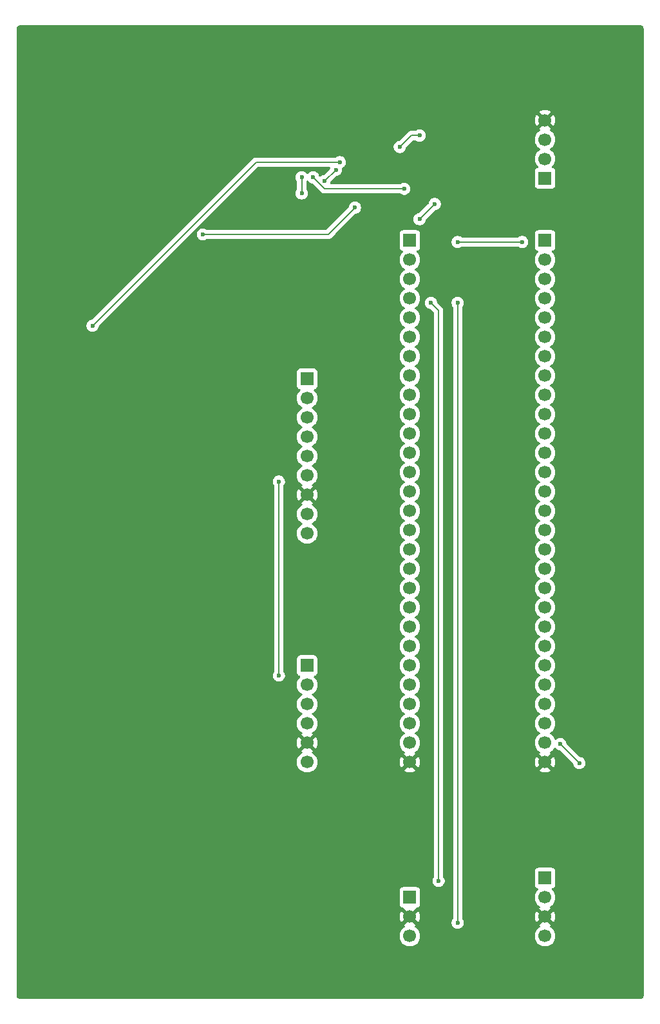
<source format=gbr>
%TF.GenerationSoftware,KiCad,Pcbnew,9.0.6*%
%TF.CreationDate,2025-11-19T01:17:59-05:00*%
%TF.ProjectId,pcb,7063622e-6b69-4636-9164-5f7063625858,rev?*%
%TF.SameCoordinates,Original*%
%TF.FileFunction,Copper,L2,Bot*%
%TF.FilePolarity,Positive*%
%FSLAX46Y46*%
G04 Gerber Fmt 4.6, Leading zero omitted, Abs format (unit mm)*
G04 Created by KiCad (PCBNEW 9.0.6) date 2025-11-19 01:17:59*
%MOMM*%
%LPD*%
G01*
G04 APERTURE LIST*
%TA.AperFunction,ComponentPad*%
%ADD10R,1.700000X1.700000*%
%TD*%
%TA.AperFunction,ComponentPad*%
%ADD11C,1.700000*%
%TD*%
%TA.AperFunction,ViaPad*%
%ADD12C,0.600000*%
%TD*%
%TA.AperFunction,Conductor*%
%ADD13C,0.200000*%
%TD*%
G04 APERTURE END LIST*
D10*
%TO.P,J7,1,Pin_1*%
%TO.N,/PICO_SDA*%
X132500000Y-61115000D03*
D11*
%TO.P,J7,2,Pin_2*%
%TO.N,/PICO_SCL*%
X132500000Y-58575000D03*
%TO.P,J7,3,Pin_3*%
%TO.N,+3V3*%
X132500000Y-56035000D03*
%TO.P,J7,4,Pin_4*%
%TO.N,GND*%
X132500000Y-53495000D03*
%TD*%
D10*
%TO.P,J2,1,Pin_1*%
%TO.N,+5V*%
X132500000Y-69300000D03*
D11*
%TO.P,J2,2,Pin_2*%
%TO.N,+3V3*%
X132500000Y-71840000D03*
%TO.P,J2,3,Pin_3*%
%TO.N,/GPIO47*%
X132500000Y-74380000D03*
%TO.P,J2,4,Pin_4*%
%TO.N,/GPIO46*%
X132500000Y-76920000D03*
%TO.P,J2,5,Pin_5*%
%TO.N,/GPIO45*%
X132500000Y-79460000D03*
%TO.P,J2,6,Pin_6*%
%TO.N,/GPIO44*%
X132500000Y-82000000D03*
%TO.P,J2,7,Pin_7*%
%TO.N,/GPIO43*%
X132500000Y-84540000D03*
%TO.P,J2,8,Pin_8*%
%TO.N,/GPIO42*%
X132500000Y-87080000D03*
%TO.P,J2,9,Pin_9*%
%TO.N,/GPIO41*%
X132500000Y-89620000D03*
%TO.P,J2,10,Pin_10*%
%TO.N,/GPIO40*%
X132500000Y-92160000D03*
%TO.P,J2,11,Pin_11*%
%TO.N,/GPIO39*%
X132500000Y-94700000D03*
%TO.P,J2,12,Pin_12*%
%TO.N,/GPIO38*%
X132500000Y-97240000D03*
%TO.P,J2,13,Pin_13*%
%TO.N,/GPIO37*%
X132500000Y-99780000D03*
%TO.P,J2,14,Pin_14*%
%TO.N,/GPIO36*%
X132500000Y-102320000D03*
%TO.P,J2,15,Pin_15*%
%TO.N,/GPIO35*%
X132500000Y-104860000D03*
%TO.P,J2,16,Pin_16*%
%TO.N,/GPIO34*%
X132500000Y-107400000D03*
%TO.P,J2,17,Pin_17*%
%TO.N,/GPIO33*%
X132500000Y-109940000D03*
%TO.P,J2,18,Pin_18*%
%TO.N,/GPIO32*%
X132500000Y-112480000D03*
%TO.P,J2,19,Pin_19*%
%TO.N,/GPIO31*%
X132500000Y-115020000D03*
%TO.P,J2,20,Pin_20*%
%TO.N,/GPIO30*%
X132500000Y-117560000D03*
%TO.P,J2,21,Pin_21*%
%TO.N,/GPIO29*%
X132500000Y-120100000D03*
%TO.P,J2,22,Pin_22*%
%TO.N,/GPIO28*%
X132500000Y-122640000D03*
%TO.P,J2,23,Pin_23*%
%TO.N,/GPIO27*%
X132500000Y-125180000D03*
%TO.P,J2,24,Pin_24*%
%TO.N,/GPIO26*%
X132500000Y-127720000D03*
%TO.P,J2,25,Pin_25*%
%TO.N,/GPIO25*%
X132500000Y-130260000D03*
%TO.P,J2,26,Pin_26*%
%TO.N,/SWCLK*%
X132500000Y-132800000D03*
%TO.P,J2,27,Pin_27*%
%TO.N,/SWD*%
X132500000Y-135340000D03*
%TO.P,J2,28,Pin_28*%
%TO.N,GND*%
X132500000Y-137880000D03*
%TD*%
D10*
%TO.P,J3,1,Pin_1*%
%TO.N,/GPIO1*%
X114720000Y-155660000D03*
D11*
%TO.P,J3,2,Pin_2*%
%TO.N,GND*%
X114720000Y-158200000D03*
%TO.P,J3,3,Pin_3*%
%TO.N,/GPIO0*%
X114720000Y-160740000D03*
%TD*%
D10*
%TO.P,J1,1,Pin_1*%
%TO.N,+5V*%
X114720000Y-69300000D03*
D11*
%TO.P,J1,2,Pin_2*%
%TO.N,+3V3*%
X114720000Y-71840000D03*
%TO.P,J1,3,Pin_3*%
%TO.N,/GPIO0*%
X114720000Y-74380000D03*
%TO.P,J1,4,Pin_4*%
%TO.N,/GPIO1*%
X114720000Y-76920000D03*
%TO.P,J1,5,Pin_5*%
%TO.N,/GPIO2*%
X114720000Y-79460000D03*
%TO.P,J1,6,Pin_6*%
%TO.N,/GPIO3*%
X114720000Y-82000000D03*
%TO.P,J1,7,Pin_7*%
%TO.N,/GPIO4*%
X114720000Y-84540000D03*
%TO.P,J1,8,Pin_8*%
%TO.N,/GPIO5*%
X114720000Y-87080000D03*
%TO.P,J1,9,Pin_9*%
%TO.N,/GPIO6*%
X114720000Y-89620000D03*
%TO.P,J1,10,Pin_10*%
%TO.N,/GPIO7*%
X114720000Y-92160000D03*
%TO.P,J1,11,Pin_11*%
%TO.N,/GPIO8*%
X114720000Y-94700000D03*
%TO.P,J1,12,Pin_12*%
%TO.N,/GPIO9*%
X114720000Y-97240000D03*
%TO.P,J1,13,Pin_13*%
%TO.N,/PICO_SDA*%
X114720000Y-99780000D03*
%TO.P,J1,14,Pin_14*%
%TO.N,/PICO_SCL*%
X114720000Y-102320000D03*
%TO.P,J1,15,Pin_15*%
%TO.N,/GPIO12*%
X114720000Y-104860000D03*
%TO.P,J1,16,Pin_16*%
%TO.N,/GPIO13*%
X114720000Y-107400000D03*
%TO.P,J1,17,Pin_17*%
%TO.N,/GPIO14*%
X114720000Y-109940000D03*
%TO.P,J1,18,Pin_18*%
%TO.N,/GPIO15*%
X114720000Y-112480000D03*
%TO.P,J1,19,Pin_19*%
%TO.N,/GPIO16*%
X114720000Y-115020000D03*
%TO.P,J1,20,Pin_20*%
%TO.N,/GPIO17*%
X114720000Y-117560000D03*
%TO.P,J1,21,Pin_21*%
%TO.N,/GPIO18*%
X114720000Y-120100000D03*
%TO.P,J1,22,Pin_22*%
%TO.N,/GPIO19*%
X114720000Y-122640000D03*
%TO.P,J1,23,Pin_23*%
%TO.N,/GPIO20*%
X114720000Y-125180000D03*
%TO.P,J1,24,Pin_24*%
%TO.N,/GPIO21*%
X114720000Y-127720000D03*
%TO.P,J1,25,Pin_25*%
%TO.N,/GPIO22*%
X114720000Y-130260000D03*
%TO.P,J1,26,Pin_26*%
%TO.N,/GPIO23*%
X114720000Y-132800000D03*
%TO.P,J1,27,Pin_27*%
%TO.N,/GPIO24*%
X114720000Y-135340000D03*
%TO.P,J1,28,Pin_28*%
%TO.N,GND*%
X114720000Y-137880000D03*
%TD*%
D10*
%TO.P,J5,1,Pin_1*%
%TO.N,unconnected-(J5-Pin_1-Pad1)*%
X101220000Y-125180000D03*
D11*
%TO.P,J5,2,Pin_2*%
%TO.N,unconnected-(J5-Pin_2-Pad2)*%
X101220000Y-127720000D03*
%TO.P,J5,3,Pin_3*%
%TO.N,/PICO_SDA*%
X101220000Y-130260000D03*
%TO.P,J5,4,Pin_4*%
%TO.N,/PICO_SCL*%
X101220000Y-132800000D03*
%TO.P,J5,5,Pin_5*%
%TO.N,GND*%
X101220000Y-135340000D03*
%TO.P,J5,6,Pin_6*%
%TO.N,+3V3*%
X101220000Y-137880000D03*
%TD*%
D10*
%TO.P,J6,1,Pin_1*%
%TO.N,unconnected-(J6-Pin_1-Pad1)*%
X101220000Y-87495000D03*
D11*
%TO.P,J6,2,Pin_2*%
%TO.N,unconnected-(J6-Pin_2-Pad2)*%
X101220000Y-90035000D03*
%TO.P,J6,3,Pin_3*%
%TO.N,unconnected-(J6-Pin_3-Pad3)*%
X101220000Y-92575000D03*
%TO.P,J6,4,Pin_4*%
%TO.N,unconnected-(J6-Pin_4-Pad4)*%
X101220000Y-95115000D03*
%TO.P,J6,5,Pin_5*%
%TO.N,/PICO_SDA*%
X101220000Y-97655000D03*
%TO.P,J6,6,Pin_6*%
%TO.N,/PICO_SCL*%
X101220000Y-100195000D03*
%TO.P,J6,7,Pin_7*%
%TO.N,GND*%
X101220000Y-102735000D03*
%TO.P,J6,8,Pin_8*%
%TO.N,unconnected-(J6-Pin_8-Pad8)*%
X101220000Y-105275000D03*
%TO.P,J6,9,Pin_9*%
%TO.N,+3V3*%
X101220000Y-107815000D03*
%TD*%
D10*
%TO.P,J4,1,Pin_1*%
%TO.N,unconnected-(J4-Pin_1-Pad1)*%
X132500000Y-153120000D03*
D11*
%TO.P,J4,2,Pin_2*%
%TO.N,/SWCLK*%
X132500000Y-155660000D03*
%TO.P,J4,3,Pin_3*%
%TO.N,GND*%
X132500000Y-158200000D03*
%TO.P,J4,4,Pin_4*%
%TO.N,/SWD*%
X132500000Y-160740000D03*
%TD*%
D12*
%TO.N,GND*%
X101000000Y-56500000D03*
X111500000Y-157500000D03*
X75500000Y-89500000D03*
X111500000Y-137000000D03*
X104000000Y-45500000D03*
X102000000Y-63500000D03*
X92000000Y-120000000D03*
%TO.N,+5V*%
X116000000Y-55500000D03*
X105500000Y-59000000D03*
X121000000Y-69500000D03*
X113400000Y-57000000D03*
X118000000Y-64500000D03*
X73000000Y-80500000D03*
X129500000Y-69500000D03*
X116000000Y-66500000D03*
X100500000Y-63100000D03*
X100500000Y-61000000D03*
%TO.N,+BATT*%
X103500000Y-61500000D03*
X105000000Y-60000000D03*
%TO.N,/GPIO1*%
X117500000Y-77500000D03*
X118500000Y-153500000D03*
%TO.N,/GPIO0*%
X121000000Y-159000000D03*
X121000000Y-77500000D03*
%TO.N,/PICO_SDA*%
X97500000Y-101000000D03*
X97500000Y-126500000D03*
%TO.N,/SWD*%
X137000000Y-138000000D03*
X134500000Y-135500000D03*
%TO.N,Net-(U1-FB)*%
X114000000Y-62500000D03*
X102000000Y-61000000D03*
%TO.N,Net-(SW1-B)*%
X107500000Y-64975000D03*
X87500000Y-68500000D03*
%TD*%
D13*
%TO.N,+5V*%
X105500000Y-59000000D02*
X94500000Y-59000000D01*
X100500000Y-61000000D02*
X100500000Y-63100000D01*
X114900000Y-55500000D02*
X116000000Y-55500000D01*
X94500000Y-59000000D02*
X73000000Y-80500000D01*
X121000000Y-69500000D02*
X129500000Y-69500000D01*
X118000000Y-64500000D02*
X116000000Y-66500000D01*
X113400000Y-57000000D02*
X114900000Y-55500000D01*
%TO.N,+BATT*%
X103500000Y-61500000D02*
X105000000Y-60000000D01*
%TO.N,/GPIO1*%
X118500000Y-78500000D02*
X118000000Y-78000000D01*
X118500000Y-153500000D02*
X118500000Y-78500000D01*
X118000000Y-78000000D02*
X117500000Y-77500000D01*
%TO.N,/GPIO0*%
X121000000Y-77500000D02*
X121000000Y-159000000D01*
%TO.N,/PICO_SDA*%
X97500000Y-101000000D02*
X97500000Y-126500000D01*
%TO.N,/SWD*%
X134500000Y-135500000D02*
X137000000Y-138000000D01*
%TO.N,Net-(U1-FB)*%
X103500000Y-62500000D02*
X114000000Y-62500000D01*
X102000000Y-61000000D02*
X103500000Y-62500000D01*
%TO.N,Net-(SW1-B)*%
X104000000Y-68500000D02*
X87500000Y-68500000D01*
X107500000Y-64975000D02*
X107500000Y-65000000D01*
X107500000Y-65000000D02*
X104000000Y-68500000D01*
%TD*%
%TA.AperFunction,Conductor*%
%TO.N,GND*%
G36*
X145006922Y-41001280D02*
G01*
X145097266Y-41011459D01*
X145124331Y-41017636D01*
X145203540Y-41045352D01*
X145228553Y-41057398D01*
X145299606Y-41102043D01*
X145321313Y-41119355D01*
X145380644Y-41178686D01*
X145397957Y-41200395D01*
X145442600Y-41271444D01*
X145454648Y-41296462D01*
X145482362Y-41375666D01*
X145488540Y-41402735D01*
X145498720Y-41493075D01*
X145499500Y-41506960D01*
X145499500Y-168493038D01*
X145498720Y-168506922D01*
X145498720Y-168506923D01*
X145488540Y-168597264D01*
X145482362Y-168624333D01*
X145454648Y-168703537D01*
X145442600Y-168728555D01*
X145397957Y-168799604D01*
X145380644Y-168821313D01*
X145321313Y-168880644D01*
X145299604Y-168897957D01*
X145228555Y-168942600D01*
X145203537Y-168954648D01*
X145124333Y-168982362D01*
X145097264Y-168988540D01*
X145017075Y-168997576D01*
X145006921Y-168998720D01*
X144993038Y-168999500D01*
X63506962Y-168999500D01*
X63493078Y-168998720D01*
X63480553Y-168997308D01*
X63402735Y-168988540D01*
X63375666Y-168982362D01*
X63296462Y-168954648D01*
X63271444Y-168942600D01*
X63200395Y-168897957D01*
X63178686Y-168880644D01*
X63119355Y-168821313D01*
X63102042Y-168799604D01*
X63057399Y-168728555D01*
X63045351Y-168703537D01*
X63017637Y-168624333D01*
X63011459Y-168597263D01*
X63001280Y-168506922D01*
X63000500Y-168493038D01*
X63000500Y-154762135D01*
X113369500Y-154762135D01*
X113369500Y-156557870D01*
X113369501Y-156557876D01*
X113375908Y-156617483D01*
X113426202Y-156752328D01*
X113426206Y-156752335D01*
X113512452Y-156867544D01*
X113512455Y-156867547D01*
X113627664Y-156953793D01*
X113627671Y-156953797D01*
X113672618Y-156970561D01*
X113762517Y-157004091D01*
X113822127Y-157010500D01*
X113832685Y-157010499D01*
X113899723Y-157030179D01*
X113920372Y-157046818D01*
X114590591Y-157717037D01*
X114527007Y-157734075D01*
X114412993Y-157799901D01*
X114319901Y-157892993D01*
X114254075Y-158007007D01*
X114237037Y-158070591D01*
X113604728Y-157438282D01*
X113604727Y-157438282D01*
X113565380Y-157492439D01*
X113468904Y-157681782D01*
X113403242Y-157883869D01*
X113403242Y-157883872D01*
X113370000Y-158093753D01*
X113370000Y-158306246D01*
X113403242Y-158516127D01*
X113403242Y-158516130D01*
X113468904Y-158718217D01*
X113565375Y-158907550D01*
X113604728Y-158961716D01*
X114237037Y-158329408D01*
X114254075Y-158392993D01*
X114319901Y-158507007D01*
X114412993Y-158600099D01*
X114527007Y-158665925D01*
X114590590Y-158682962D01*
X113958282Y-159315269D01*
X113958282Y-159315270D01*
X114012452Y-159354626D01*
X114012451Y-159354626D01*
X114021495Y-159359234D01*
X114072292Y-159407208D01*
X114089087Y-159475029D01*
X114066550Y-159541164D01*
X114021499Y-159580202D01*
X114012182Y-159584949D01*
X113840213Y-159709890D01*
X113689890Y-159860213D01*
X113564951Y-160032179D01*
X113468444Y-160221585D01*
X113402753Y-160423760D01*
X113369500Y-160633713D01*
X113369500Y-160846286D01*
X113402753Y-161056239D01*
X113468444Y-161258414D01*
X113564951Y-161447820D01*
X113689890Y-161619786D01*
X113840213Y-161770109D01*
X114012179Y-161895048D01*
X114012181Y-161895049D01*
X114012184Y-161895051D01*
X114201588Y-161991557D01*
X114403757Y-162057246D01*
X114613713Y-162090500D01*
X114613714Y-162090500D01*
X114826286Y-162090500D01*
X114826287Y-162090500D01*
X115036243Y-162057246D01*
X115238412Y-161991557D01*
X115427816Y-161895051D01*
X115449789Y-161879086D01*
X115599786Y-161770109D01*
X115599788Y-161770106D01*
X115599792Y-161770104D01*
X115750104Y-161619792D01*
X115750106Y-161619788D01*
X115750109Y-161619786D01*
X115875048Y-161447820D01*
X115875047Y-161447820D01*
X115875051Y-161447816D01*
X115971557Y-161258412D01*
X116037246Y-161056243D01*
X116070500Y-160846287D01*
X116070500Y-160633713D01*
X116037246Y-160423757D01*
X115971557Y-160221588D01*
X115875051Y-160032184D01*
X115875049Y-160032181D01*
X115875048Y-160032179D01*
X115750109Y-159860213D01*
X115599786Y-159709890D01*
X115427817Y-159584949D01*
X115418504Y-159580204D01*
X115367707Y-159532230D01*
X115350912Y-159464409D01*
X115373449Y-159398274D01*
X115418507Y-159359232D01*
X115427555Y-159354622D01*
X115481716Y-159315270D01*
X115481717Y-159315270D01*
X114849408Y-158682962D01*
X114912993Y-158665925D01*
X115027007Y-158600099D01*
X115120099Y-158507007D01*
X115185925Y-158392993D01*
X115202962Y-158329408D01*
X115835270Y-158961717D01*
X115835270Y-158961716D01*
X115874622Y-158907554D01*
X115971095Y-158718217D01*
X116036757Y-158516130D01*
X116036757Y-158516127D01*
X116070000Y-158306246D01*
X116070000Y-158093753D01*
X116036757Y-157883872D01*
X116036757Y-157883869D01*
X115971095Y-157681782D01*
X115874624Y-157492449D01*
X115835270Y-157438282D01*
X115835269Y-157438282D01*
X115202962Y-158070590D01*
X115185925Y-158007007D01*
X115120099Y-157892993D01*
X115027007Y-157799901D01*
X114912993Y-157734075D01*
X114849409Y-157717037D01*
X115519627Y-157046818D01*
X115580950Y-157013333D01*
X115607307Y-157010499D01*
X115617872Y-157010499D01*
X115677483Y-157004091D01*
X115812331Y-156953796D01*
X115927546Y-156867546D01*
X116013796Y-156752331D01*
X116064091Y-156617483D01*
X116070500Y-156557873D01*
X116070499Y-154762128D01*
X116064091Y-154702517D01*
X116014719Y-154570145D01*
X116013797Y-154567671D01*
X116013793Y-154567664D01*
X115927547Y-154452455D01*
X115927544Y-154452452D01*
X115812335Y-154366206D01*
X115812328Y-154366202D01*
X115677482Y-154315908D01*
X115677483Y-154315908D01*
X115617883Y-154309501D01*
X115617881Y-154309500D01*
X115617873Y-154309500D01*
X115617864Y-154309500D01*
X113822129Y-154309500D01*
X113822123Y-154309501D01*
X113762516Y-154315908D01*
X113627671Y-154366202D01*
X113627664Y-154366206D01*
X113512455Y-154452452D01*
X113512452Y-154452455D01*
X113426206Y-154567664D01*
X113426202Y-154567671D01*
X113375908Y-154702517D01*
X113369501Y-154762116D01*
X113369501Y-154762123D01*
X113369500Y-154762135D01*
X63000500Y-154762135D01*
X63000500Y-100921153D01*
X96699500Y-100921153D01*
X96699500Y-101078846D01*
X96730261Y-101233489D01*
X96730264Y-101233501D01*
X96790602Y-101379172D01*
X96790609Y-101379185D01*
X96878602Y-101510874D01*
X96899480Y-101577551D01*
X96899500Y-101579765D01*
X96899500Y-125920234D01*
X96879815Y-125987273D01*
X96878602Y-125989125D01*
X96790609Y-126120814D01*
X96790602Y-126120827D01*
X96730264Y-126266498D01*
X96730261Y-126266510D01*
X96699500Y-126421153D01*
X96699500Y-126578846D01*
X96730261Y-126733489D01*
X96730264Y-126733501D01*
X96790602Y-126879172D01*
X96790609Y-126879185D01*
X96878210Y-127010288D01*
X96878213Y-127010292D01*
X96989707Y-127121786D01*
X96989711Y-127121789D01*
X97120814Y-127209390D01*
X97120827Y-127209397D01*
X97266498Y-127269735D01*
X97266503Y-127269737D01*
X97421153Y-127300499D01*
X97421156Y-127300500D01*
X97421158Y-127300500D01*
X97578844Y-127300500D01*
X97578845Y-127300499D01*
X97733497Y-127269737D01*
X97879179Y-127209394D01*
X98010289Y-127121789D01*
X98121789Y-127010289D01*
X98209394Y-126879179D01*
X98269737Y-126733497D01*
X98300500Y-126578842D01*
X98300500Y-126421158D01*
X98300500Y-126421155D01*
X98300499Y-126421153D01*
X98283372Y-126335050D01*
X98269737Y-126266503D01*
X98216296Y-126137483D01*
X98209397Y-126120827D01*
X98209390Y-126120814D01*
X98121398Y-125989125D01*
X98100520Y-125922447D01*
X98100500Y-125920234D01*
X98100500Y-124282135D01*
X99869500Y-124282135D01*
X99869500Y-126077870D01*
X99869501Y-126077876D01*
X99875908Y-126137483D01*
X99926202Y-126272328D01*
X99926206Y-126272335D01*
X100012452Y-126387544D01*
X100012455Y-126387547D01*
X100127664Y-126473793D01*
X100127671Y-126473797D01*
X100259082Y-126522810D01*
X100315016Y-126564681D01*
X100339433Y-126630145D01*
X100324582Y-126698418D01*
X100303431Y-126726673D01*
X100189889Y-126840215D01*
X100064951Y-127012179D01*
X99968444Y-127201585D01*
X99902753Y-127403760D01*
X99869500Y-127613713D01*
X99869500Y-127826286D01*
X99902753Y-128036239D01*
X99968444Y-128238414D01*
X100064951Y-128427820D01*
X100189890Y-128599786D01*
X100340213Y-128750109D01*
X100512182Y-128875050D01*
X100520946Y-128879516D01*
X100571742Y-128927491D01*
X100588536Y-128995312D01*
X100565998Y-129061447D01*
X100520946Y-129100484D01*
X100512182Y-129104949D01*
X100340213Y-129229890D01*
X100189890Y-129380213D01*
X100064951Y-129552179D01*
X99968444Y-129741585D01*
X99902753Y-129943760D01*
X99869500Y-130153713D01*
X99869500Y-130366286D01*
X99902753Y-130576239D01*
X99968444Y-130778414D01*
X100064951Y-130967820D01*
X100189890Y-131139786D01*
X100340213Y-131290109D01*
X100512182Y-131415050D01*
X100520946Y-131419516D01*
X100571742Y-131467491D01*
X100588536Y-131535312D01*
X100565998Y-131601447D01*
X100520946Y-131640484D01*
X100512182Y-131644949D01*
X100340213Y-131769890D01*
X100189890Y-131920213D01*
X100064951Y-132092179D01*
X99968444Y-132281585D01*
X99902753Y-132483760D01*
X99869500Y-132693713D01*
X99869500Y-132906286D01*
X99902753Y-133116239D01*
X99968444Y-133318414D01*
X100064951Y-133507820D01*
X100189890Y-133679786D01*
X100340213Y-133830109D01*
X100512179Y-133955048D01*
X100512181Y-133955049D01*
X100512184Y-133955051D01*
X100521493Y-133959794D01*
X100572290Y-134007766D01*
X100589087Y-134075587D01*
X100566552Y-134141722D01*
X100521505Y-134180760D01*
X100512446Y-134185376D01*
X100512440Y-134185380D01*
X100458282Y-134224727D01*
X100458282Y-134224728D01*
X101090591Y-134857037D01*
X101027007Y-134874075D01*
X100912993Y-134939901D01*
X100819901Y-135032993D01*
X100754075Y-135147007D01*
X100737037Y-135210591D01*
X100104728Y-134578282D01*
X100104727Y-134578282D01*
X100065380Y-134632439D01*
X99968904Y-134821782D01*
X99903242Y-135023869D01*
X99903242Y-135023872D01*
X99870000Y-135233753D01*
X99870000Y-135446246D01*
X99903242Y-135656127D01*
X99903242Y-135656130D01*
X99968904Y-135858217D01*
X100065375Y-136047550D01*
X100104728Y-136101716D01*
X100737037Y-135469408D01*
X100754075Y-135532993D01*
X100819901Y-135647007D01*
X100912993Y-135740099D01*
X101027007Y-135805925D01*
X101090590Y-135822962D01*
X100458282Y-136455269D01*
X100458282Y-136455270D01*
X100512452Y-136494626D01*
X100512451Y-136494626D01*
X100521495Y-136499234D01*
X100572292Y-136547208D01*
X100589087Y-136615029D01*
X100566550Y-136681164D01*
X100521499Y-136720202D01*
X100512182Y-136724949D01*
X100340213Y-136849890D01*
X100189890Y-137000213D01*
X100064951Y-137172179D01*
X99968444Y-137361585D01*
X99902753Y-137563760D01*
X99869500Y-137773713D01*
X99869500Y-137986286D01*
X99902753Y-138196239D01*
X99968444Y-138398414D01*
X100064951Y-138587820D01*
X100189890Y-138759786D01*
X100340213Y-138910109D01*
X100512179Y-139035048D01*
X100512181Y-139035049D01*
X100512184Y-139035051D01*
X100701588Y-139131557D01*
X100903757Y-139197246D01*
X101113713Y-139230500D01*
X101113714Y-139230500D01*
X101326286Y-139230500D01*
X101326287Y-139230500D01*
X101536243Y-139197246D01*
X101738412Y-139131557D01*
X101927816Y-139035051D01*
X101982572Y-138995269D01*
X102099786Y-138910109D01*
X102099788Y-138910106D01*
X102099792Y-138910104D01*
X102250104Y-138759792D01*
X102250106Y-138759788D01*
X102250109Y-138759786D01*
X102375048Y-138587820D01*
X102375047Y-138587820D01*
X102375051Y-138587816D01*
X102471557Y-138398412D01*
X102537246Y-138196243D01*
X102570500Y-137986287D01*
X102570500Y-137773713D01*
X102537246Y-137563757D01*
X102471557Y-137361588D01*
X102375051Y-137172184D01*
X102375049Y-137172181D01*
X102375048Y-137172179D01*
X102250109Y-137000213D01*
X102099786Y-136849890D01*
X101927817Y-136724949D01*
X101918504Y-136720204D01*
X101867707Y-136672230D01*
X101850912Y-136604409D01*
X101873449Y-136538274D01*
X101918507Y-136499232D01*
X101927555Y-136494622D01*
X101981716Y-136455270D01*
X101981717Y-136455270D01*
X101349408Y-135822962D01*
X101412993Y-135805925D01*
X101527007Y-135740099D01*
X101620099Y-135647007D01*
X101685925Y-135532993D01*
X101702962Y-135469408D01*
X102335270Y-136101717D01*
X102335270Y-136101716D01*
X102374622Y-136047554D01*
X102471095Y-135858217D01*
X102536757Y-135656130D01*
X102536757Y-135656127D01*
X102570000Y-135446246D01*
X102570000Y-135233753D01*
X102536757Y-135023872D01*
X102536757Y-135023869D01*
X102471095Y-134821782D01*
X102374624Y-134632449D01*
X102335270Y-134578282D01*
X102335269Y-134578282D01*
X101702962Y-135210590D01*
X101685925Y-135147007D01*
X101620099Y-135032993D01*
X101527007Y-134939901D01*
X101412993Y-134874075D01*
X101349409Y-134857037D01*
X101981716Y-134224728D01*
X101927547Y-134185373D01*
X101927547Y-134185372D01*
X101918500Y-134180763D01*
X101867706Y-134132788D01*
X101850912Y-134064966D01*
X101873451Y-133998832D01*
X101918508Y-133959793D01*
X101927816Y-133955051D01*
X102007007Y-133897515D01*
X102099786Y-133830109D01*
X102099788Y-133830106D01*
X102099792Y-133830104D01*
X102250104Y-133679792D01*
X102250106Y-133679788D01*
X102250109Y-133679786D01*
X102375048Y-133507820D01*
X102375047Y-133507820D01*
X102375051Y-133507816D01*
X102471557Y-133318412D01*
X102537246Y-133116243D01*
X102570500Y-132906287D01*
X102570500Y-132693713D01*
X102537246Y-132483757D01*
X102471557Y-132281588D01*
X102375051Y-132092184D01*
X102375049Y-132092181D01*
X102375048Y-132092179D01*
X102250109Y-131920213D01*
X102099786Y-131769890D01*
X101927820Y-131644951D01*
X101927115Y-131644591D01*
X101919054Y-131640485D01*
X101868259Y-131592512D01*
X101851463Y-131524692D01*
X101873999Y-131458556D01*
X101919054Y-131419515D01*
X101927816Y-131415051D01*
X101949789Y-131399086D01*
X102099786Y-131290109D01*
X102099788Y-131290106D01*
X102099792Y-131290104D01*
X102250104Y-131139792D01*
X102250106Y-131139788D01*
X102250109Y-131139786D01*
X102375048Y-130967820D01*
X102375047Y-130967820D01*
X102375051Y-130967816D01*
X102471557Y-130778412D01*
X102537246Y-130576243D01*
X102570500Y-130366287D01*
X102570500Y-130153713D01*
X102537246Y-129943757D01*
X102471557Y-129741588D01*
X102375051Y-129552184D01*
X102375049Y-129552181D01*
X102375048Y-129552179D01*
X102250109Y-129380213D01*
X102099786Y-129229890D01*
X101927820Y-129104951D01*
X101927115Y-129104591D01*
X101919054Y-129100485D01*
X101868259Y-129052512D01*
X101851463Y-128984692D01*
X101873999Y-128918556D01*
X101919054Y-128879515D01*
X101927816Y-128875051D01*
X101949789Y-128859086D01*
X102099786Y-128750109D01*
X102099788Y-128750106D01*
X102099792Y-128750104D01*
X102250104Y-128599792D01*
X102250106Y-128599788D01*
X102250109Y-128599786D01*
X102375048Y-128427820D01*
X102375047Y-128427820D01*
X102375051Y-128427816D01*
X102471557Y-128238412D01*
X102537246Y-128036243D01*
X102570500Y-127826287D01*
X102570500Y-127613713D01*
X102537246Y-127403757D01*
X102471557Y-127201588D01*
X102375051Y-127012184D01*
X102375049Y-127012181D01*
X102375048Y-127012179D01*
X102250109Y-126840213D01*
X102136569Y-126726673D01*
X102103084Y-126665350D01*
X102108068Y-126595658D01*
X102149940Y-126539725D01*
X102180915Y-126522810D01*
X102312331Y-126473796D01*
X102427546Y-126387546D01*
X102513796Y-126272331D01*
X102564091Y-126137483D01*
X102570500Y-126077873D01*
X102570499Y-124282128D01*
X102564091Y-124222517D01*
X102513796Y-124087669D01*
X102513795Y-124087668D01*
X102513793Y-124087664D01*
X102427547Y-123972455D01*
X102427544Y-123972452D01*
X102312335Y-123886206D01*
X102312328Y-123886202D01*
X102177482Y-123835908D01*
X102177483Y-123835908D01*
X102117883Y-123829501D01*
X102117881Y-123829500D01*
X102117873Y-123829500D01*
X102117864Y-123829500D01*
X100322129Y-123829500D01*
X100322123Y-123829501D01*
X100262516Y-123835908D01*
X100127671Y-123886202D01*
X100127664Y-123886206D01*
X100012455Y-123972452D01*
X100012452Y-123972455D01*
X99926206Y-124087664D01*
X99926202Y-124087671D01*
X99875908Y-124222517D01*
X99869501Y-124282116D01*
X99869501Y-124282123D01*
X99869500Y-124282135D01*
X98100500Y-124282135D01*
X98100500Y-101579765D01*
X98120185Y-101512726D01*
X98121398Y-101510874D01*
X98209390Y-101379185D01*
X98209390Y-101379184D01*
X98209394Y-101379179D01*
X98269737Y-101233497D01*
X98300500Y-101078842D01*
X98300500Y-100921158D01*
X98300500Y-100921155D01*
X98300499Y-100921153D01*
X98296852Y-100902820D01*
X98269737Y-100766503D01*
X98247746Y-100713412D01*
X98209397Y-100620827D01*
X98209390Y-100620814D01*
X98121789Y-100489711D01*
X98121786Y-100489707D01*
X98010292Y-100378213D01*
X98010288Y-100378210D01*
X97879185Y-100290609D01*
X97879172Y-100290602D01*
X97733501Y-100230264D01*
X97733489Y-100230261D01*
X97578845Y-100199500D01*
X97578842Y-100199500D01*
X97421158Y-100199500D01*
X97421155Y-100199500D01*
X97266510Y-100230261D01*
X97266498Y-100230264D01*
X97120827Y-100290602D01*
X97120814Y-100290609D01*
X96989711Y-100378210D01*
X96989707Y-100378213D01*
X96878213Y-100489707D01*
X96878210Y-100489711D01*
X96790609Y-100620814D01*
X96790602Y-100620827D01*
X96730264Y-100766498D01*
X96730261Y-100766510D01*
X96699500Y-100921153D01*
X63000500Y-100921153D01*
X63000500Y-86597135D01*
X99869500Y-86597135D01*
X99869500Y-88392870D01*
X99869501Y-88392876D01*
X99875908Y-88452483D01*
X99926202Y-88587328D01*
X99926206Y-88587335D01*
X100012452Y-88702544D01*
X100012455Y-88702547D01*
X100127664Y-88788793D01*
X100127671Y-88788797D01*
X100259082Y-88837810D01*
X100315016Y-88879681D01*
X100339433Y-88945145D01*
X100324582Y-89013418D01*
X100303431Y-89041673D01*
X100189889Y-89155215D01*
X100064951Y-89327179D01*
X99968444Y-89516585D01*
X99902753Y-89718760D01*
X99869500Y-89928713D01*
X99869500Y-90141286D01*
X99902753Y-90351239D01*
X99968444Y-90553414D01*
X100064951Y-90742820D01*
X100189890Y-90914786D01*
X100340213Y-91065109D01*
X100512182Y-91190050D01*
X100520946Y-91194516D01*
X100571742Y-91242491D01*
X100588536Y-91310312D01*
X100565998Y-91376447D01*
X100520946Y-91415484D01*
X100512182Y-91419949D01*
X100340213Y-91544890D01*
X100189890Y-91695213D01*
X100064951Y-91867179D01*
X99968444Y-92056585D01*
X99902753Y-92258760D01*
X99869500Y-92468713D01*
X99869500Y-92681286D01*
X99902753Y-92891239D01*
X99968444Y-93093414D01*
X100064951Y-93282820D01*
X100189890Y-93454786D01*
X100340213Y-93605109D01*
X100512182Y-93730050D01*
X100520946Y-93734516D01*
X100571742Y-93782491D01*
X100588536Y-93850312D01*
X100565998Y-93916447D01*
X100520946Y-93955484D01*
X100512182Y-93959949D01*
X100340213Y-94084890D01*
X100189890Y-94235213D01*
X100064951Y-94407179D01*
X99968444Y-94596585D01*
X99902753Y-94798760D01*
X99869500Y-95008713D01*
X99869500Y-95221286D01*
X99902753Y-95431239D01*
X99968444Y-95633414D01*
X100064951Y-95822820D01*
X100189890Y-95994786D01*
X100340213Y-96145109D01*
X100512182Y-96270050D01*
X100520946Y-96274516D01*
X100571742Y-96322491D01*
X100588536Y-96390312D01*
X100565998Y-96456447D01*
X100520946Y-96495484D01*
X100512182Y-96499949D01*
X100340213Y-96624890D01*
X100189890Y-96775213D01*
X100064951Y-96947179D01*
X99968444Y-97136585D01*
X99902753Y-97338760D01*
X99869500Y-97548713D01*
X99869500Y-97761286D01*
X99902753Y-97971239D01*
X99968444Y-98173414D01*
X100064951Y-98362820D01*
X100189890Y-98534786D01*
X100340213Y-98685109D01*
X100512182Y-98810050D01*
X100520946Y-98814516D01*
X100571742Y-98862491D01*
X100588536Y-98930312D01*
X100565998Y-98996447D01*
X100520946Y-99035484D01*
X100512182Y-99039949D01*
X100340213Y-99164890D01*
X100189890Y-99315213D01*
X100064951Y-99487179D01*
X99968444Y-99676585D01*
X99902753Y-99878760D01*
X99869500Y-100088713D01*
X99869500Y-100301286D01*
X99899343Y-100489711D01*
X99902754Y-100511243D01*
X99938358Y-100620821D01*
X99968444Y-100713414D01*
X100064951Y-100902820D01*
X100189890Y-101074786D01*
X100340213Y-101225109D01*
X100512179Y-101350048D01*
X100512181Y-101350049D01*
X100512184Y-101350051D01*
X100521493Y-101354794D01*
X100572290Y-101402766D01*
X100589087Y-101470587D01*
X100566552Y-101536722D01*
X100521505Y-101575760D01*
X100512446Y-101580376D01*
X100512440Y-101580380D01*
X100458282Y-101619727D01*
X100458282Y-101619728D01*
X101090591Y-102252037D01*
X101027007Y-102269075D01*
X100912993Y-102334901D01*
X100819901Y-102427993D01*
X100754075Y-102542007D01*
X100737037Y-102605591D01*
X100104728Y-101973282D01*
X100104727Y-101973282D01*
X100065380Y-102027439D01*
X99968904Y-102216782D01*
X99903242Y-102418869D01*
X99903242Y-102418872D01*
X99870000Y-102628753D01*
X99870000Y-102841246D01*
X99903242Y-103051127D01*
X99903242Y-103051130D01*
X99968904Y-103253217D01*
X100065375Y-103442550D01*
X100104728Y-103496716D01*
X100737037Y-102864408D01*
X100754075Y-102927993D01*
X100819901Y-103042007D01*
X100912993Y-103135099D01*
X101027007Y-103200925D01*
X101090590Y-103217962D01*
X100458282Y-103850269D01*
X100458282Y-103850270D01*
X100512452Y-103889626D01*
X100512451Y-103889626D01*
X100521495Y-103894234D01*
X100572292Y-103942208D01*
X100589087Y-104010029D01*
X100566550Y-104076164D01*
X100521499Y-104115202D01*
X100512182Y-104119949D01*
X100340213Y-104244890D01*
X100189890Y-104395213D01*
X100064951Y-104567179D01*
X99968444Y-104756585D01*
X99902753Y-104958760D01*
X99869500Y-105168713D01*
X99869500Y-105381286D01*
X99902753Y-105591239D01*
X99968444Y-105793414D01*
X100064951Y-105982820D01*
X100189890Y-106154786D01*
X100340213Y-106305109D01*
X100512182Y-106430050D01*
X100520946Y-106434516D01*
X100571742Y-106482491D01*
X100588536Y-106550312D01*
X100565998Y-106616447D01*
X100520946Y-106655484D01*
X100512182Y-106659949D01*
X100340213Y-106784890D01*
X100189890Y-106935213D01*
X100064951Y-107107179D01*
X99968444Y-107296585D01*
X99902753Y-107498760D01*
X99869500Y-107708713D01*
X99869500Y-107921286D01*
X99902753Y-108131239D01*
X99968444Y-108333414D01*
X100064951Y-108522820D01*
X100189890Y-108694786D01*
X100340213Y-108845109D01*
X100512179Y-108970048D01*
X100512181Y-108970049D01*
X100512184Y-108970051D01*
X100701588Y-109066557D01*
X100903757Y-109132246D01*
X101113713Y-109165500D01*
X101113714Y-109165500D01*
X101326286Y-109165500D01*
X101326287Y-109165500D01*
X101536243Y-109132246D01*
X101738412Y-109066557D01*
X101927816Y-108970051D01*
X102010621Y-108909890D01*
X102099786Y-108845109D01*
X102099788Y-108845106D01*
X102099792Y-108845104D01*
X102250104Y-108694792D01*
X102250106Y-108694788D01*
X102250109Y-108694786D01*
X102375048Y-108522820D01*
X102375047Y-108522820D01*
X102375051Y-108522816D01*
X102471557Y-108333412D01*
X102537246Y-108131243D01*
X102570500Y-107921287D01*
X102570500Y-107708713D01*
X102537246Y-107498757D01*
X102471557Y-107296588D01*
X102375051Y-107107184D01*
X102375049Y-107107181D01*
X102375048Y-107107179D01*
X102250109Y-106935213D01*
X102099786Y-106784890D01*
X101927820Y-106659951D01*
X101927115Y-106659591D01*
X101919054Y-106655485D01*
X101868259Y-106607512D01*
X101851463Y-106539692D01*
X101873999Y-106473556D01*
X101919054Y-106434515D01*
X101927816Y-106430051D01*
X102010621Y-106369890D01*
X102099786Y-106305109D01*
X102099788Y-106305106D01*
X102099792Y-106305104D01*
X102250104Y-106154792D01*
X102250106Y-106154788D01*
X102250109Y-106154786D01*
X102375048Y-105982820D01*
X102375047Y-105982820D01*
X102375051Y-105982816D01*
X102471557Y-105793412D01*
X102537246Y-105591243D01*
X102570500Y-105381287D01*
X102570500Y-105168713D01*
X102537246Y-104958757D01*
X102471557Y-104756588D01*
X102375051Y-104567184D01*
X102375049Y-104567181D01*
X102375048Y-104567179D01*
X102250109Y-104395213D01*
X102099786Y-104244890D01*
X101927817Y-104119949D01*
X101918504Y-104115204D01*
X101867707Y-104067230D01*
X101850912Y-103999409D01*
X101873449Y-103933274D01*
X101918507Y-103894232D01*
X101927555Y-103889622D01*
X101981716Y-103850270D01*
X101981717Y-103850270D01*
X101349408Y-103217962D01*
X101412993Y-103200925D01*
X101527007Y-103135099D01*
X101620099Y-103042007D01*
X101685925Y-102927993D01*
X101702962Y-102864408D01*
X102335270Y-103496717D01*
X102335270Y-103496716D01*
X102374622Y-103442554D01*
X102471095Y-103253217D01*
X102536757Y-103051130D01*
X102536757Y-103051127D01*
X102570000Y-102841246D01*
X102570000Y-102628753D01*
X102536757Y-102418872D01*
X102536757Y-102418869D01*
X102471095Y-102216782D01*
X102374624Y-102027449D01*
X102335270Y-101973282D01*
X102335269Y-101973282D01*
X101702962Y-102605590D01*
X101685925Y-102542007D01*
X101620099Y-102427993D01*
X101527007Y-102334901D01*
X101412993Y-102269075D01*
X101349409Y-102252037D01*
X101981716Y-101619728D01*
X101927547Y-101580373D01*
X101927547Y-101580372D01*
X101918500Y-101575763D01*
X101867706Y-101527788D01*
X101850912Y-101459966D01*
X101873451Y-101393832D01*
X101918508Y-101354793D01*
X101927816Y-101350051D01*
X102010621Y-101289890D01*
X102099786Y-101225109D01*
X102099788Y-101225106D01*
X102099792Y-101225104D01*
X102250104Y-101074792D01*
X102250106Y-101074788D01*
X102250109Y-101074786D01*
X102375048Y-100902820D01*
X102375047Y-100902820D01*
X102375051Y-100902816D01*
X102471557Y-100713412D01*
X102537246Y-100511243D01*
X102570500Y-100301287D01*
X102570500Y-100088713D01*
X102537246Y-99878757D01*
X102471557Y-99676588D01*
X102375051Y-99487184D01*
X102375049Y-99487181D01*
X102375048Y-99487179D01*
X102250109Y-99315213D01*
X102099786Y-99164890D01*
X101927820Y-99039951D01*
X101927115Y-99039591D01*
X101919054Y-99035485D01*
X101868259Y-98987512D01*
X101851463Y-98919692D01*
X101873999Y-98853556D01*
X101919054Y-98814515D01*
X101927816Y-98810051D01*
X102010621Y-98749890D01*
X102099786Y-98685109D01*
X102099788Y-98685106D01*
X102099792Y-98685104D01*
X102250104Y-98534792D01*
X102250106Y-98534788D01*
X102250109Y-98534786D01*
X102375048Y-98362820D01*
X102375047Y-98362820D01*
X102375051Y-98362816D01*
X102471557Y-98173412D01*
X102537246Y-97971243D01*
X102570500Y-97761287D01*
X102570500Y-97548713D01*
X102537246Y-97338757D01*
X102471557Y-97136588D01*
X102375051Y-96947184D01*
X102375049Y-96947181D01*
X102375048Y-96947179D01*
X102250109Y-96775213D01*
X102099786Y-96624890D01*
X101927820Y-96499951D01*
X101927115Y-96499591D01*
X101919054Y-96495485D01*
X101868259Y-96447512D01*
X101851463Y-96379692D01*
X101873999Y-96313556D01*
X101919054Y-96274515D01*
X101927816Y-96270051D01*
X102010621Y-96209890D01*
X102099786Y-96145109D01*
X102099788Y-96145106D01*
X102099792Y-96145104D01*
X102250104Y-95994792D01*
X102250106Y-95994788D01*
X102250109Y-95994786D01*
X102375048Y-95822820D01*
X102375047Y-95822820D01*
X102375051Y-95822816D01*
X102471557Y-95633412D01*
X102537246Y-95431243D01*
X102570500Y-95221287D01*
X102570500Y-95008713D01*
X102537246Y-94798757D01*
X102471557Y-94596588D01*
X102375051Y-94407184D01*
X102375049Y-94407181D01*
X102375048Y-94407179D01*
X102250109Y-94235213D01*
X102099786Y-94084890D01*
X101927820Y-93959951D01*
X101927115Y-93959591D01*
X101919054Y-93955485D01*
X101868259Y-93907512D01*
X101851463Y-93839692D01*
X101873999Y-93773556D01*
X101919054Y-93734515D01*
X101927816Y-93730051D01*
X102010621Y-93669890D01*
X102099786Y-93605109D01*
X102099788Y-93605106D01*
X102099792Y-93605104D01*
X102250104Y-93454792D01*
X102250106Y-93454788D01*
X102250109Y-93454786D01*
X102375048Y-93282820D01*
X102375047Y-93282820D01*
X102375051Y-93282816D01*
X102471557Y-93093412D01*
X102537246Y-92891243D01*
X102570500Y-92681287D01*
X102570500Y-92468713D01*
X102537246Y-92258757D01*
X102471557Y-92056588D01*
X102375051Y-91867184D01*
X102375049Y-91867181D01*
X102375048Y-91867179D01*
X102250109Y-91695213D01*
X102099786Y-91544890D01*
X101927820Y-91419951D01*
X101927115Y-91419591D01*
X101919054Y-91415485D01*
X101868259Y-91367512D01*
X101851463Y-91299692D01*
X101873999Y-91233556D01*
X101919054Y-91194515D01*
X101927816Y-91190051D01*
X102010621Y-91129890D01*
X102099786Y-91065109D01*
X102099788Y-91065106D01*
X102099792Y-91065104D01*
X102250104Y-90914792D01*
X102250106Y-90914788D01*
X102250109Y-90914786D01*
X102375048Y-90742820D01*
X102375047Y-90742820D01*
X102375051Y-90742816D01*
X102471557Y-90553412D01*
X102537246Y-90351243D01*
X102570500Y-90141287D01*
X102570500Y-89928713D01*
X102537246Y-89718757D01*
X102471557Y-89516588D01*
X102375051Y-89327184D01*
X102375049Y-89327181D01*
X102375048Y-89327179D01*
X102250109Y-89155213D01*
X102136569Y-89041673D01*
X102103084Y-88980350D01*
X102108068Y-88910658D01*
X102149940Y-88854725D01*
X102180915Y-88837810D01*
X102312331Y-88788796D01*
X102427546Y-88702546D01*
X102513796Y-88587331D01*
X102564091Y-88452483D01*
X102570500Y-88392873D01*
X102570499Y-86597128D01*
X102564091Y-86537517D01*
X102513796Y-86402669D01*
X102513795Y-86402668D01*
X102513793Y-86402664D01*
X102427547Y-86287455D01*
X102427544Y-86287452D01*
X102312335Y-86201206D01*
X102312328Y-86201202D01*
X102177482Y-86150908D01*
X102177483Y-86150908D01*
X102117883Y-86144501D01*
X102117881Y-86144500D01*
X102117873Y-86144500D01*
X102117864Y-86144500D01*
X100322129Y-86144500D01*
X100322123Y-86144501D01*
X100262516Y-86150908D01*
X100127671Y-86201202D01*
X100127664Y-86201206D01*
X100012455Y-86287452D01*
X100012452Y-86287455D01*
X99926206Y-86402664D01*
X99926202Y-86402671D01*
X99875908Y-86537517D01*
X99869501Y-86597116D01*
X99869501Y-86597123D01*
X99869500Y-86597135D01*
X63000500Y-86597135D01*
X63000500Y-80421153D01*
X72199500Y-80421153D01*
X72199500Y-80578846D01*
X72230261Y-80733489D01*
X72230264Y-80733501D01*
X72290602Y-80879172D01*
X72290609Y-80879185D01*
X72378210Y-81010288D01*
X72378213Y-81010292D01*
X72489707Y-81121786D01*
X72489711Y-81121789D01*
X72620814Y-81209390D01*
X72620827Y-81209397D01*
X72766498Y-81269735D01*
X72766503Y-81269737D01*
X72879326Y-81292179D01*
X72921153Y-81300499D01*
X72921156Y-81300500D01*
X72921158Y-81300500D01*
X73078844Y-81300500D01*
X73078845Y-81300499D01*
X73233497Y-81269737D01*
X73379179Y-81209394D01*
X73510289Y-81121789D01*
X73621789Y-81010289D01*
X73709394Y-80879179D01*
X73769737Y-80733497D01*
X73793298Y-80615048D01*
X73800638Y-80578150D01*
X73833023Y-80516239D01*
X73834518Y-80514716D01*
X85928082Y-68421153D01*
X86699500Y-68421153D01*
X86699500Y-68578846D01*
X86730261Y-68733489D01*
X86730264Y-68733501D01*
X86790602Y-68879172D01*
X86790609Y-68879185D01*
X86878210Y-69010288D01*
X86878213Y-69010292D01*
X86989707Y-69121786D01*
X86989711Y-69121789D01*
X87120814Y-69209390D01*
X87120827Y-69209397D01*
X87258683Y-69266498D01*
X87266503Y-69269737D01*
X87421153Y-69300499D01*
X87421156Y-69300500D01*
X87421158Y-69300500D01*
X87578844Y-69300500D01*
X87578845Y-69300499D01*
X87733497Y-69269737D01*
X87879179Y-69209394D01*
X87879185Y-69209390D01*
X88010875Y-69121398D01*
X88077553Y-69100520D01*
X88079766Y-69100500D01*
X103913331Y-69100500D01*
X103913347Y-69100501D01*
X103920943Y-69100501D01*
X104079054Y-69100501D01*
X104079057Y-69100501D01*
X104231785Y-69059577D01*
X104281904Y-69030639D01*
X104368716Y-68980520D01*
X104480520Y-68868716D01*
X104480520Y-68868714D01*
X104490728Y-68858507D01*
X104490729Y-68858504D01*
X104947098Y-68402135D01*
X113369500Y-68402135D01*
X113369500Y-70197870D01*
X113369501Y-70197876D01*
X113375908Y-70257483D01*
X113426202Y-70392328D01*
X113426206Y-70392335D01*
X113512452Y-70507544D01*
X113512455Y-70507547D01*
X113627664Y-70593793D01*
X113627671Y-70593797D01*
X113759082Y-70642810D01*
X113815016Y-70684681D01*
X113839433Y-70750145D01*
X113824582Y-70818418D01*
X113803431Y-70846673D01*
X113689889Y-70960215D01*
X113564951Y-71132179D01*
X113468444Y-71321585D01*
X113402753Y-71523760D01*
X113369500Y-71733713D01*
X113369500Y-71946286D01*
X113402753Y-72156239D01*
X113468444Y-72358414D01*
X113564951Y-72547820D01*
X113689890Y-72719786D01*
X113840213Y-72870109D01*
X114012182Y-72995050D01*
X114020946Y-72999516D01*
X114071742Y-73047491D01*
X114088536Y-73115312D01*
X114065998Y-73181447D01*
X114020946Y-73220484D01*
X114012182Y-73224949D01*
X113840213Y-73349890D01*
X113689890Y-73500213D01*
X113564951Y-73672179D01*
X113468444Y-73861585D01*
X113402753Y-74063760D01*
X113369500Y-74273713D01*
X113369500Y-74486286D01*
X113402753Y-74696239D01*
X113468444Y-74898414D01*
X113564951Y-75087820D01*
X113689890Y-75259786D01*
X113840213Y-75410109D01*
X114012182Y-75535050D01*
X114020946Y-75539516D01*
X114071742Y-75587491D01*
X114088536Y-75655312D01*
X114065998Y-75721447D01*
X114020946Y-75760484D01*
X114012182Y-75764949D01*
X113840213Y-75889890D01*
X113689890Y-76040213D01*
X113564951Y-76212179D01*
X113468444Y-76401585D01*
X113402753Y-76603760D01*
X113369500Y-76813713D01*
X113369500Y-77026286D01*
X113402753Y-77236239D01*
X113402753Y-77236241D01*
X113402754Y-77236243D01*
X113462835Y-77421153D01*
X113468444Y-77438414D01*
X113564951Y-77627820D01*
X113689890Y-77799786D01*
X113840213Y-77950109D01*
X114012182Y-78075050D01*
X114020946Y-78079516D01*
X114071742Y-78127491D01*
X114088536Y-78195312D01*
X114065998Y-78261447D01*
X114020946Y-78300484D01*
X114012182Y-78304949D01*
X113840213Y-78429890D01*
X113689890Y-78580213D01*
X113564951Y-78752179D01*
X113468444Y-78941585D01*
X113402753Y-79143760D01*
X113369500Y-79353713D01*
X113369500Y-79566286D01*
X113395471Y-79730264D01*
X113402754Y-79776243D01*
X113435886Y-79878213D01*
X113468444Y-79978414D01*
X113564951Y-80167820D01*
X113689890Y-80339786D01*
X113840213Y-80490109D01*
X114012182Y-80615050D01*
X114020946Y-80619516D01*
X114071742Y-80667491D01*
X114088536Y-80735312D01*
X114065998Y-80801447D01*
X114020946Y-80840484D01*
X114012182Y-80844949D01*
X113840213Y-80969890D01*
X113689890Y-81120213D01*
X113564951Y-81292179D01*
X113468444Y-81481585D01*
X113402753Y-81683760D01*
X113369500Y-81893713D01*
X113369500Y-82106286D01*
X113402753Y-82316239D01*
X113468444Y-82518414D01*
X113564951Y-82707820D01*
X113689890Y-82879786D01*
X113840213Y-83030109D01*
X114012182Y-83155050D01*
X114020946Y-83159516D01*
X114071742Y-83207491D01*
X114088536Y-83275312D01*
X114065998Y-83341447D01*
X114020946Y-83380484D01*
X114012182Y-83384949D01*
X113840213Y-83509890D01*
X113689890Y-83660213D01*
X113564951Y-83832179D01*
X113468444Y-84021585D01*
X113402753Y-84223760D01*
X113369500Y-84433713D01*
X113369500Y-84646286D01*
X113402753Y-84856239D01*
X113468444Y-85058414D01*
X113564951Y-85247820D01*
X113689890Y-85419786D01*
X113840213Y-85570109D01*
X114012182Y-85695050D01*
X114020946Y-85699516D01*
X114071742Y-85747491D01*
X114088536Y-85815312D01*
X114065998Y-85881447D01*
X114020946Y-85920484D01*
X114012182Y-85924949D01*
X113840213Y-86049890D01*
X113689890Y-86200213D01*
X113564951Y-86372179D01*
X113468444Y-86561585D01*
X113402753Y-86763760D01*
X113369500Y-86973713D01*
X113369500Y-87186286D01*
X113402753Y-87396239D01*
X113468444Y-87598414D01*
X113564951Y-87787820D01*
X113689890Y-87959786D01*
X113840213Y-88110109D01*
X114012182Y-88235050D01*
X114020946Y-88239516D01*
X114071742Y-88287491D01*
X114088536Y-88355312D01*
X114065998Y-88421447D01*
X114020946Y-88460484D01*
X114012182Y-88464949D01*
X113840213Y-88589890D01*
X113689890Y-88740213D01*
X113564951Y-88912179D01*
X113468444Y-89101585D01*
X113402753Y-89303760D01*
X113369500Y-89513713D01*
X113369500Y-89726286D01*
X113402753Y-89936239D01*
X113468444Y-90138414D01*
X113564951Y-90327820D01*
X113689890Y-90499786D01*
X113840213Y-90650109D01*
X114012182Y-90775050D01*
X114020946Y-90779516D01*
X114071742Y-90827491D01*
X114088536Y-90895312D01*
X114065998Y-90961447D01*
X114020946Y-91000484D01*
X114012182Y-91004949D01*
X113840213Y-91129890D01*
X113689890Y-91280213D01*
X113564951Y-91452179D01*
X113468444Y-91641585D01*
X113402753Y-91843760D01*
X113369500Y-92053713D01*
X113369500Y-92266286D01*
X113402753Y-92476239D01*
X113468444Y-92678414D01*
X113564951Y-92867820D01*
X113689890Y-93039786D01*
X113840213Y-93190109D01*
X114012182Y-93315050D01*
X114020946Y-93319516D01*
X114071742Y-93367491D01*
X114088536Y-93435312D01*
X114065998Y-93501447D01*
X114020946Y-93540484D01*
X114012182Y-93544949D01*
X113840213Y-93669890D01*
X113689890Y-93820213D01*
X113564951Y-93992179D01*
X113468444Y-94181585D01*
X113402753Y-94383760D01*
X113369500Y-94593713D01*
X113369500Y-94806286D01*
X113402753Y-95016239D01*
X113468444Y-95218414D01*
X113564951Y-95407820D01*
X113689890Y-95579786D01*
X113840213Y-95730109D01*
X114012182Y-95855050D01*
X114020946Y-95859516D01*
X114071742Y-95907491D01*
X114088536Y-95975312D01*
X114065998Y-96041447D01*
X114020946Y-96080484D01*
X114012182Y-96084949D01*
X113840213Y-96209890D01*
X113689890Y-96360213D01*
X113564951Y-96532179D01*
X113468444Y-96721585D01*
X113402753Y-96923760D01*
X113369500Y-97133713D01*
X113369500Y-97346286D01*
X113402753Y-97556239D01*
X113468444Y-97758414D01*
X113564951Y-97947820D01*
X113689890Y-98119786D01*
X113840213Y-98270109D01*
X114012182Y-98395050D01*
X114020946Y-98399516D01*
X114071742Y-98447491D01*
X114088536Y-98515312D01*
X114065998Y-98581447D01*
X114020946Y-98620484D01*
X114012182Y-98624949D01*
X113840213Y-98749890D01*
X113689890Y-98900213D01*
X113564951Y-99072179D01*
X113468444Y-99261585D01*
X113402753Y-99463760D01*
X113369500Y-99673713D01*
X113369500Y-99886287D01*
X113402754Y-100096243D01*
X113465905Y-100290602D01*
X113468444Y-100298414D01*
X113564951Y-100487820D01*
X113689890Y-100659786D01*
X113840213Y-100810109D01*
X114012182Y-100935050D01*
X114020946Y-100939516D01*
X114071742Y-100987491D01*
X114088536Y-101055312D01*
X114065998Y-101121447D01*
X114020946Y-101160484D01*
X114012182Y-101164949D01*
X113840213Y-101289890D01*
X113689890Y-101440213D01*
X113564951Y-101612179D01*
X113468444Y-101801585D01*
X113402753Y-102003760D01*
X113369500Y-102213713D01*
X113369500Y-102426286D01*
X113401567Y-102628753D01*
X113402754Y-102636243D01*
X113434842Y-102735000D01*
X113468444Y-102838414D01*
X113564951Y-103027820D01*
X113689890Y-103199786D01*
X113840213Y-103350109D01*
X114012182Y-103475050D01*
X114020946Y-103479516D01*
X114071742Y-103527491D01*
X114088536Y-103595312D01*
X114065998Y-103661447D01*
X114020946Y-103700484D01*
X114012182Y-103704949D01*
X113840213Y-103829890D01*
X113689890Y-103980213D01*
X113564951Y-104152179D01*
X113468444Y-104341585D01*
X113402753Y-104543760D01*
X113369500Y-104753713D01*
X113369500Y-104966286D01*
X113402753Y-105176239D01*
X113468444Y-105378414D01*
X113564951Y-105567820D01*
X113689890Y-105739786D01*
X113840213Y-105890109D01*
X114012182Y-106015050D01*
X114020946Y-106019516D01*
X114071742Y-106067491D01*
X114088536Y-106135312D01*
X114065998Y-106201447D01*
X114020946Y-106240484D01*
X114012182Y-106244949D01*
X113840213Y-106369890D01*
X113689890Y-106520213D01*
X113564951Y-106692179D01*
X113468444Y-106881585D01*
X113402753Y-107083760D01*
X113369500Y-107293713D01*
X113369500Y-107506286D01*
X113402753Y-107716239D01*
X113468444Y-107918414D01*
X113564951Y-108107820D01*
X113689890Y-108279786D01*
X113840213Y-108430109D01*
X114012182Y-108555050D01*
X114020946Y-108559516D01*
X114071742Y-108607491D01*
X114088536Y-108675312D01*
X114065998Y-108741447D01*
X114020946Y-108780484D01*
X114012182Y-108784949D01*
X113840213Y-108909890D01*
X113689890Y-109060213D01*
X113564951Y-109232179D01*
X113468444Y-109421585D01*
X113402753Y-109623760D01*
X113369500Y-109833713D01*
X113369500Y-110046286D01*
X113402753Y-110256239D01*
X113468444Y-110458414D01*
X113564951Y-110647820D01*
X113689890Y-110819786D01*
X113840213Y-110970109D01*
X114012182Y-111095050D01*
X114020946Y-111099516D01*
X114071742Y-111147491D01*
X114088536Y-111215312D01*
X114065998Y-111281447D01*
X114020946Y-111320484D01*
X114012182Y-111324949D01*
X113840213Y-111449890D01*
X113689890Y-111600213D01*
X113564951Y-111772179D01*
X113468444Y-111961585D01*
X113402753Y-112163760D01*
X113369500Y-112373713D01*
X113369500Y-112586286D01*
X113402753Y-112796239D01*
X113468444Y-112998414D01*
X113564951Y-113187820D01*
X113689890Y-113359786D01*
X113840213Y-113510109D01*
X114012182Y-113635050D01*
X114020946Y-113639516D01*
X114071742Y-113687491D01*
X114088536Y-113755312D01*
X114065998Y-113821447D01*
X114020946Y-113860484D01*
X114012182Y-113864949D01*
X113840213Y-113989890D01*
X113689890Y-114140213D01*
X113564951Y-114312179D01*
X113468444Y-114501585D01*
X113402753Y-114703760D01*
X113369500Y-114913713D01*
X113369500Y-115126286D01*
X113402753Y-115336239D01*
X113468444Y-115538414D01*
X113564951Y-115727820D01*
X113689890Y-115899786D01*
X113840213Y-116050109D01*
X114012182Y-116175050D01*
X114020946Y-116179516D01*
X114071742Y-116227491D01*
X114088536Y-116295312D01*
X114065998Y-116361447D01*
X114020946Y-116400484D01*
X114012182Y-116404949D01*
X113840213Y-116529890D01*
X113689890Y-116680213D01*
X113564951Y-116852179D01*
X113468444Y-117041585D01*
X113402753Y-117243760D01*
X113369500Y-117453713D01*
X113369500Y-117666286D01*
X113402753Y-117876239D01*
X113468444Y-118078414D01*
X113564951Y-118267820D01*
X113689890Y-118439786D01*
X113840213Y-118590109D01*
X114012182Y-118715050D01*
X114020946Y-118719516D01*
X114071742Y-118767491D01*
X114088536Y-118835312D01*
X114065998Y-118901447D01*
X114020946Y-118940484D01*
X114012182Y-118944949D01*
X113840213Y-119069890D01*
X113689890Y-119220213D01*
X113564951Y-119392179D01*
X113468444Y-119581585D01*
X113402753Y-119783760D01*
X113369500Y-119993713D01*
X113369500Y-120206286D01*
X113402753Y-120416239D01*
X113468444Y-120618414D01*
X113564951Y-120807820D01*
X113689890Y-120979786D01*
X113840213Y-121130109D01*
X114012182Y-121255050D01*
X114020946Y-121259516D01*
X114071742Y-121307491D01*
X114088536Y-121375312D01*
X114065998Y-121441447D01*
X114020946Y-121480484D01*
X114012182Y-121484949D01*
X113840213Y-121609890D01*
X113689890Y-121760213D01*
X113564951Y-121932179D01*
X113468444Y-122121585D01*
X113402753Y-122323760D01*
X113369500Y-122533713D01*
X113369500Y-122746286D01*
X113402753Y-122956239D01*
X113468444Y-123158414D01*
X113564951Y-123347820D01*
X113689890Y-123519786D01*
X113840213Y-123670109D01*
X114012182Y-123795050D01*
X114020946Y-123799516D01*
X114071742Y-123847491D01*
X114088536Y-123915312D01*
X114065998Y-123981447D01*
X114020946Y-124020484D01*
X114012182Y-124024949D01*
X113840213Y-124149890D01*
X113689890Y-124300213D01*
X113564951Y-124472179D01*
X113468444Y-124661585D01*
X113402753Y-124863760D01*
X113369500Y-125073713D01*
X113369500Y-125286286D01*
X113402753Y-125496239D01*
X113468444Y-125698414D01*
X113564951Y-125887820D01*
X113689890Y-126059786D01*
X113840213Y-126210109D01*
X114012182Y-126335050D01*
X114020946Y-126339516D01*
X114071742Y-126387491D01*
X114088536Y-126455312D01*
X114065998Y-126521447D01*
X114020946Y-126560484D01*
X114012182Y-126564949D01*
X113840213Y-126689890D01*
X113689890Y-126840213D01*
X113564951Y-127012179D01*
X113468444Y-127201585D01*
X113402753Y-127403760D01*
X113369500Y-127613713D01*
X113369500Y-127826286D01*
X113402753Y-128036239D01*
X113468444Y-128238414D01*
X113564951Y-128427820D01*
X113689890Y-128599786D01*
X113840213Y-128750109D01*
X114012182Y-128875050D01*
X114020946Y-128879516D01*
X114071742Y-128927491D01*
X114088536Y-128995312D01*
X114065998Y-129061447D01*
X114020946Y-129100484D01*
X114012182Y-129104949D01*
X113840213Y-129229890D01*
X113689890Y-129380213D01*
X113564951Y-129552179D01*
X113468444Y-129741585D01*
X113402753Y-129943760D01*
X113369500Y-130153713D01*
X113369500Y-130366286D01*
X113402753Y-130576239D01*
X113468444Y-130778414D01*
X113564951Y-130967820D01*
X113689890Y-131139786D01*
X113840213Y-131290109D01*
X114012182Y-131415050D01*
X114020946Y-131419516D01*
X114071742Y-131467491D01*
X114088536Y-131535312D01*
X114065998Y-131601447D01*
X114020946Y-131640484D01*
X114012182Y-131644949D01*
X113840213Y-131769890D01*
X113689890Y-131920213D01*
X113564951Y-132092179D01*
X113468444Y-132281585D01*
X113402753Y-132483760D01*
X113369500Y-132693713D01*
X113369500Y-132906286D01*
X113402753Y-133116239D01*
X113468444Y-133318414D01*
X113564951Y-133507820D01*
X113689890Y-133679786D01*
X113840213Y-133830109D01*
X114012182Y-133955050D01*
X114020946Y-133959516D01*
X114071742Y-134007491D01*
X114088536Y-134075312D01*
X114065998Y-134141447D01*
X114020946Y-134180484D01*
X114012182Y-134184949D01*
X113840213Y-134309890D01*
X113689890Y-134460213D01*
X113564951Y-134632179D01*
X113468444Y-134821585D01*
X113402753Y-135023760D01*
X113383233Y-135147007D01*
X113369500Y-135233713D01*
X113369500Y-135446287D01*
X113375685Y-135485339D01*
X113402735Y-135656127D01*
X113402754Y-135656243D01*
X113455058Y-135817218D01*
X113468444Y-135858414D01*
X113564951Y-136047820D01*
X113689890Y-136219786D01*
X113840213Y-136370109D01*
X114012179Y-136495048D01*
X114012181Y-136495049D01*
X114012184Y-136495051D01*
X114021493Y-136499794D01*
X114072290Y-136547766D01*
X114089087Y-136615587D01*
X114066552Y-136681722D01*
X114021505Y-136720760D01*
X114012446Y-136725376D01*
X114012440Y-136725380D01*
X113958282Y-136764727D01*
X113958282Y-136764728D01*
X114590591Y-137397037D01*
X114527007Y-137414075D01*
X114412993Y-137479901D01*
X114319901Y-137572993D01*
X114254075Y-137687007D01*
X114237037Y-137750591D01*
X113604728Y-137118282D01*
X113604727Y-137118282D01*
X113565380Y-137172439D01*
X113468904Y-137361782D01*
X113403242Y-137563869D01*
X113403242Y-137563872D01*
X113370000Y-137773753D01*
X113370000Y-137986246D01*
X113403242Y-138196127D01*
X113403242Y-138196130D01*
X113468904Y-138398217D01*
X113565375Y-138587550D01*
X113604728Y-138641716D01*
X114237037Y-138009408D01*
X114254075Y-138072993D01*
X114319901Y-138187007D01*
X114412993Y-138280099D01*
X114527007Y-138345925D01*
X114590590Y-138362962D01*
X113958282Y-138995269D01*
X113958282Y-138995270D01*
X114012449Y-139034624D01*
X114201782Y-139131095D01*
X114403870Y-139196757D01*
X114613754Y-139230000D01*
X114826246Y-139230000D01*
X115036127Y-139196757D01*
X115036130Y-139196757D01*
X115238217Y-139131095D01*
X115427554Y-139034622D01*
X115481716Y-138995270D01*
X115481717Y-138995270D01*
X114849408Y-138362962D01*
X114912993Y-138345925D01*
X115027007Y-138280099D01*
X115120099Y-138187007D01*
X115185925Y-138072993D01*
X115202962Y-138009408D01*
X115835270Y-138641717D01*
X115835270Y-138641716D01*
X115874622Y-138587554D01*
X115971095Y-138398217D01*
X116036757Y-138196130D01*
X116036757Y-138196127D01*
X116070000Y-137986246D01*
X116070000Y-137773753D01*
X116036757Y-137563872D01*
X116036757Y-137563869D01*
X115971095Y-137361782D01*
X115874624Y-137172449D01*
X115835270Y-137118282D01*
X115835269Y-137118282D01*
X115202962Y-137750590D01*
X115185925Y-137687007D01*
X115120099Y-137572993D01*
X115027007Y-137479901D01*
X114912993Y-137414075D01*
X114849409Y-137397037D01*
X115481716Y-136764728D01*
X115427547Y-136725373D01*
X115427547Y-136725372D01*
X115418500Y-136720763D01*
X115367706Y-136672788D01*
X115350912Y-136604966D01*
X115373451Y-136538832D01*
X115418508Y-136499793D01*
X115427816Y-136495051D01*
X115507007Y-136437515D01*
X115599786Y-136370109D01*
X115599788Y-136370106D01*
X115599792Y-136370104D01*
X115750104Y-136219792D01*
X115750106Y-136219788D01*
X115750109Y-136219786D01*
X115875048Y-136047820D01*
X115875047Y-136047820D01*
X115875051Y-136047816D01*
X115971557Y-135858412D01*
X116037246Y-135656243D01*
X116070500Y-135446287D01*
X116070500Y-135233713D01*
X116037246Y-135023757D01*
X115971557Y-134821588D01*
X115875051Y-134632184D01*
X115875049Y-134632181D01*
X115875048Y-134632179D01*
X115750109Y-134460213D01*
X115599786Y-134309890D01*
X115427820Y-134184951D01*
X115419600Y-134180763D01*
X115419054Y-134180485D01*
X115368259Y-134132512D01*
X115351463Y-134064692D01*
X115373999Y-133998556D01*
X115419054Y-133959515D01*
X115427816Y-133955051D01*
X115449789Y-133939086D01*
X115599786Y-133830109D01*
X115599788Y-133830106D01*
X115599792Y-133830104D01*
X115750104Y-133679792D01*
X115750106Y-133679788D01*
X115750109Y-133679786D01*
X115875048Y-133507820D01*
X115875047Y-133507820D01*
X115875051Y-133507816D01*
X115971557Y-133318412D01*
X116037246Y-133116243D01*
X116070500Y-132906287D01*
X116070500Y-132693713D01*
X116037246Y-132483757D01*
X115971557Y-132281588D01*
X115875051Y-132092184D01*
X115875049Y-132092181D01*
X115875048Y-132092179D01*
X115750109Y-131920213D01*
X115599786Y-131769890D01*
X115427820Y-131644951D01*
X115427115Y-131644591D01*
X115419054Y-131640485D01*
X115368259Y-131592512D01*
X115351463Y-131524692D01*
X115373999Y-131458556D01*
X115419054Y-131419515D01*
X115427816Y-131415051D01*
X115449789Y-131399086D01*
X115599786Y-131290109D01*
X115599788Y-131290106D01*
X115599792Y-131290104D01*
X115750104Y-131139792D01*
X115750106Y-131139788D01*
X115750109Y-131139786D01*
X115875048Y-130967820D01*
X115875047Y-130967820D01*
X115875051Y-130967816D01*
X115971557Y-130778412D01*
X116037246Y-130576243D01*
X116070500Y-130366287D01*
X116070500Y-130153713D01*
X116037246Y-129943757D01*
X115971557Y-129741588D01*
X115875051Y-129552184D01*
X115875049Y-129552181D01*
X115875048Y-129552179D01*
X115750109Y-129380213D01*
X115599786Y-129229890D01*
X115427820Y-129104951D01*
X115427115Y-129104591D01*
X115419054Y-129100485D01*
X115368259Y-129052512D01*
X115351463Y-128984692D01*
X115373999Y-128918556D01*
X115419054Y-128879515D01*
X115427816Y-128875051D01*
X115449789Y-128859086D01*
X115599786Y-128750109D01*
X115599788Y-128750106D01*
X115599792Y-128750104D01*
X115750104Y-128599792D01*
X115750106Y-128599788D01*
X115750109Y-128599786D01*
X115875048Y-128427820D01*
X115875047Y-128427820D01*
X115875051Y-128427816D01*
X115971557Y-128238412D01*
X116037246Y-128036243D01*
X116070500Y-127826287D01*
X116070500Y-127613713D01*
X116037246Y-127403757D01*
X115971557Y-127201588D01*
X115875051Y-127012184D01*
X115875049Y-127012181D01*
X115875048Y-127012179D01*
X115750109Y-126840213D01*
X115599786Y-126689890D01*
X115427820Y-126564951D01*
X115427115Y-126564591D01*
X115419054Y-126560485D01*
X115368259Y-126512512D01*
X115351463Y-126444692D01*
X115373999Y-126378556D01*
X115419054Y-126339515D01*
X115427816Y-126335051D01*
X115514138Y-126272335D01*
X115599786Y-126210109D01*
X115599788Y-126210106D01*
X115599792Y-126210104D01*
X115750104Y-126059792D01*
X115750106Y-126059788D01*
X115750109Y-126059786D01*
X115875048Y-125887820D01*
X115875047Y-125887820D01*
X115875051Y-125887816D01*
X115971557Y-125698412D01*
X116037246Y-125496243D01*
X116070500Y-125286287D01*
X116070500Y-125073713D01*
X116037246Y-124863757D01*
X115971557Y-124661588D01*
X115875051Y-124472184D01*
X115875049Y-124472181D01*
X115875048Y-124472179D01*
X115750109Y-124300213D01*
X115599786Y-124149890D01*
X115427820Y-124024951D01*
X115427115Y-124024591D01*
X115419054Y-124020485D01*
X115368259Y-123972512D01*
X115351463Y-123904692D01*
X115373999Y-123838556D01*
X115419054Y-123799515D01*
X115427816Y-123795051D01*
X115449789Y-123779086D01*
X115599786Y-123670109D01*
X115599788Y-123670106D01*
X115599792Y-123670104D01*
X115750104Y-123519792D01*
X115750106Y-123519788D01*
X115750109Y-123519786D01*
X115875048Y-123347820D01*
X115875047Y-123347820D01*
X115875051Y-123347816D01*
X115971557Y-123158412D01*
X116037246Y-122956243D01*
X116070500Y-122746287D01*
X116070500Y-122533713D01*
X116037246Y-122323757D01*
X115971557Y-122121588D01*
X115875051Y-121932184D01*
X115875049Y-121932181D01*
X115875048Y-121932179D01*
X115750109Y-121760213D01*
X115599786Y-121609890D01*
X115427820Y-121484951D01*
X115427115Y-121484591D01*
X115419054Y-121480485D01*
X115368259Y-121432512D01*
X115351463Y-121364692D01*
X115373999Y-121298556D01*
X115419054Y-121259515D01*
X115427816Y-121255051D01*
X115449789Y-121239086D01*
X115599786Y-121130109D01*
X115599788Y-121130106D01*
X115599792Y-121130104D01*
X115750104Y-120979792D01*
X115750106Y-120979788D01*
X115750109Y-120979786D01*
X115875048Y-120807820D01*
X115875047Y-120807820D01*
X115875051Y-120807816D01*
X115971557Y-120618412D01*
X116037246Y-120416243D01*
X116070500Y-120206287D01*
X116070500Y-119993713D01*
X116037246Y-119783757D01*
X115971557Y-119581588D01*
X115875051Y-119392184D01*
X115875049Y-119392181D01*
X115875048Y-119392179D01*
X115750109Y-119220213D01*
X115599786Y-119069890D01*
X115427820Y-118944951D01*
X115427115Y-118944591D01*
X115419054Y-118940485D01*
X115368259Y-118892512D01*
X115351463Y-118824692D01*
X115373999Y-118758556D01*
X115419054Y-118719515D01*
X115427816Y-118715051D01*
X115449789Y-118699086D01*
X115599786Y-118590109D01*
X115599788Y-118590106D01*
X115599792Y-118590104D01*
X115750104Y-118439792D01*
X115750106Y-118439788D01*
X115750109Y-118439786D01*
X115875048Y-118267820D01*
X115875047Y-118267820D01*
X115875051Y-118267816D01*
X115971557Y-118078412D01*
X116037246Y-117876243D01*
X116070500Y-117666287D01*
X116070500Y-117453713D01*
X116037246Y-117243757D01*
X115971557Y-117041588D01*
X115875051Y-116852184D01*
X115875049Y-116852181D01*
X115875048Y-116852179D01*
X115750109Y-116680213D01*
X115599786Y-116529890D01*
X115427820Y-116404951D01*
X115427115Y-116404591D01*
X115419054Y-116400485D01*
X115368259Y-116352512D01*
X115351463Y-116284692D01*
X115373999Y-116218556D01*
X115419054Y-116179515D01*
X115427816Y-116175051D01*
X115449789Y-116159086D01*
X115599786Y-116050109D01*
X115599788Y-116050106D01*
X115599792Y-116050104D01*
X115750104Y-115899792D01*
X115750106Y-115899788D01*
X115750109Y-115899786D01*
X115875048Y-115727820D01*
X115875047Y-115727820D01*
X115875051Y-115727816D01*
X115971557Y-115538412D01*
X116037246Y-115336243D01*
X116070500Y-115126287D01*
X116070500Y-114913713D01*
X116037246Y-114703757D01*
X115971557Y-114501588D01*
X115875051Y-114312184D01*
X115875049Y-114312181D01*
X115875048Y-114312179D01*
X115750109Y-114140213D01*
X115599786Y-113989890D01*
X115427820Y-113864951D01*
X115427115Y-113864591D01*
X115419054Y-113860485D01*
X115368259Y-113812512D01*
X115351463Y-113744692D01*
X115373999Y-113678556D01*
X115419054Y-113639515D01*
X115427816Y-113635051D01*
X115449789Y-113619086D01*
X115599786Y-113510109D01*
X115599788Y-113510106D01*
X115599792Y-113510104D01*
X115750104Y-113359792D01*
X115750106Y-113359788D01*
X115750109Y-113359786D01*
X115875048Y-113187820D01*
X115875047Y-113187820D01*
X115875051Y-113187816D01*
X115971557Y-112998412D01*
X116037246Y-112796243D01*
X116070500Y-112586287D01*
X116070500Y-112373713D01*
X116037246Y-112163757D01*
X115971557Y-111961588D01*
X115875051Y-111772184D01*
X115875049Y-111772181D01*
X115875048Y-111772179D01*
X115750109Y-111600213D01*
X115599786Y-111449890D01*
X115427820Y-111324951D01*
X115427115Y-111324591D01*
X115419054Y-111320485D01*
X115368259Y-111272512D01*
X115351463Y-111204692D01*
X115373999Y-111138556D01*
X115419054Y-111099515D01*
X115427816Y-111095051D01*
X115449789Y-111079086D01*
X115599786Y-110970109D01*
X115599788Y-110970106D01*
X115599792Y-110970104D01*
X115750104Y-110819792D01*
X115750106Y-110819788D01*
X115750109Y-110819786D01*
X115875048Y-110647820D01*
X115875047Y-110647820D01*
X115875051Y-110647816D01*
X115971557Y-110458412D01*
X116037246Y-110256243D01*
X116070500Y-110046287D01*
X116070500Y-109833713D01*
X116037246Y-109623757D01*
X115971557Y-109421588D01*
X115875051Y-109232184D01*
X115875049Y-109232181D01*
X115875048Y-109232179D01*
X115750109Y-109060213D01*
X115599786Y-108909890D01*
X115427820Y-108784951D01*
X115427115Y-108784591D01*
X115419054Y-108780485D01*
X115368259Y-108732512D01*
X115351463Y-108664692D01*
X115373999Y-108598556D01*
X115419054Y-108559515D01*
X115427816Y-108555051D01*
X115449789Y-108539086D01*
X115599786Y-108430109D01*
X115599788Y-108430106D01*
X115599792Y-108430104D01*
X115750104Y-108279792D01*
X115750106Y-108279788D01*
X115750109Y-108279786D01*
X115875048Y-108107820D01*
X115875047Y-108107820D01*
X115875051Y-108107816D01*
X115971557Y-107918412D01*
X116037246Y-107716243D01*
X116070500Y-107506287D01*
X116070500Y-107293713D01*
X116037246Y-107083757D01*
X115971557Y-106881588D01*
X115875051Y-106692184D01*
X115875049Y-106692181D01*
X115875048Y-106692179D01*
X115750109Y-106520213D01*
X115599786Y-106369890D01*
X115427820Y-106244951D01*
X115427115Y-106244591D01*
X115419054Y-106240485D01*
X115368259Y-106192512D01*
X115351463Y-106124692D01*
X115373999Y-106058556D01*
X115419054Y-106019515D01*
X115427816Y-106015051D01*
X115449789Y-105999086D01*
X115599786Y-105890109D01*
X115599788Y-105890106D01*
X115599792Y-105890104D01*
X115750104Y-105739792D01*
X115750106Y-105739788D01*
X115750109Y-105739786D01*
X115875048Y-105567820D01*
X115875047Y-105567820D01*
X115875051Y-105567816D01*
X115971557Y-105378412D01*
X116037246Y-105176243D01*
X116070500Y-104966287D01*
X116070500Y-104753713D01*
X116037246Y-104543757D01*
X115971557Y-104341588D01*
X115875051Y-104152184D01*
X115875049Y-104152181D01*
X115875048Y-104152179D01*
X115750109Y-103980213D01*
X115599786Y-103829890D01*
X115427820Y-103704951D01*
X115427115Y-103704591D01*
X115419054Y-103700485D01*
X115368259Y-103652512D01*
X115351463Y-103584692D01*
X115373999Y-103518556D01*
X115419054Y-103479515D01*
X115427816Y-103475051D01*
X115472550Y-103442550D01*
X115599786Y-103350109D01*
X115599788Y-103350106D01*
X115599792Y-103350104D01*
X115750104Y-103199792D01*
X115750106Y-103199788D01*
X115750109Y-103199786D01*
X115875048Y-103027820D01*
X115875047Y-103027820D01*
X115875051Y-103027816D01*
X115971557Y-102838412D01*
X116037246Y-102636243D01*
X116070500Y-102426287D01*
X116070500Y-102213713D01*
X116037246Y-102003757D01*
X115971557Y-101801588D01*
X115875051Y-101612184D01*
X115875049Y-101612181D01*
X115875048Y-101612179D01*
X115750109Y-101440213D01*
X115599786Y-101289890D01*
X115427820Y-101164951D01*
X115427115Y-101164591D01*
X115419054Y-101160485D01*
X115368259Y-101112512D01*
X115351463Y-101044692D01*
X115373999Y-100978556D01*
X115419054Y-100939515D01*
X115427816Y-100935051D01*
X115449789Y-100919086D01*
X115599786Y-100810109D01*
X115599788Y-100810106D01*
X115599792Y-100810104D01*
X115750104Y-100659792D01*
X115750106Y-100659788D01*
X115750109Y-100659786D01*
X115875048Y-100487820D01*
X115875047Y-100487820D01*
X115875051Y-100487816D01*
X115971557Y-100298412D01*
X116037246Y-100096243D01*
X116070500Y-99886287D01*
X116070500Y-99673713D01*
X116037246Y-99463757D01*
X115971557Y-99261588D01*
X115875051Y-99072184D01*
X115875049Y-99072181D01*
X115875048Y-99072179D01*
X115750109Y-98900213D01*
X115599786Y-98749890D01*
X115427820Y-98624951D01*
X115427115Y-98624591D01*
X115419054Y-98620485D01*
X115368259Y-98572512D01*
X115351463Y-98504692D01*
X115373999Y-98438556D01*
X115419054Y-98399515D01*
X115427816Y-98395051D01*
X115449789Y-98379086D01*
X115599786Y-98270109D01*
X115599788Y-98270106D01*
X115599792Y-98270104D01*
X115750104Y-98119792D01*
X115750106Y-98119788D01*
X115750109Y-98119786D01*
X115875048Y-97947820D01*
X115875047Y-97947820D01*
X115875051Y-97947816D01*
X115971557Y-97758412D01*
X116037246Y-97556243D01*
X116070500Y-97346287D01*
X116070500Y-97133713D01*
X116037246Y-96923757D01*
X115971557Y-96721588D01*
X115875051Y-96532184D01*
X115875049Y-96532181D01*
X115875048Y-96532179D01*
X115750109Y-96360213D01*
X115599786Y-96209890D01*
X115427820Y-96084951D01*
X115427115Y-96084591D01*
X115419054Y-96080485D01*
X115368259Y-96032512D01*
X115351463Y-95964692D01*
X115373999Y-95898556D01*
X115419054Y-95859515D01*
X115427816Y-95855051D01*
X115449789Y-95839086D01*
X115599786Y-95730109D01*
X115599788Y-95730106D01*
X115599792Y-95730104D01*
X115750104Y-95579792D01*
X115750106Y-95579788D01*
X115750109Y-95579786D01*
X115875048Y-95407820D01*
X115875047Y-95407820D01*
X115875051Y-95407816D01*
X115971557Y-95218412D01*
X116037246Y-95016243D01*
X116070500Y-94806287D01*
X116070500Y-94593713D01*
X116037246Y-94383757D01*
X115971557Y-94181588D01*
X115875051Y-93992184D01*
X115875049Y-93992181D01*
X115875048Y-93992179D01*
X115750109Y-93820213D01*
X115599786Y-93669890D01*
X115427820Y-93544951D01*
X115427115Y-93544591D01*
X115419054Y-93540485D01*
X115368259Y-93492512D01*
X115351463Y-93424692D01*
X115373999Y-93358556D01*
X115419054Y-93319515D01*
X115427816Y-93315051D01*
X115449789Y-93299086D01*
X115599786Y-93190109D01*
X115599788Y-93190106D01*
X115599792Y-93190104D01*
X115750104Y-93039792D01*
X115750106Y-93039788D01*
X115750109Y-93039786D01*
X115875048Y-92867820D01*
X115875047Y-92867820D01*
X115875051Y-92867816D01*
X115971557Y-92678412D01*
X116037246Y-92476243D01*
X116070500Y-92266287D01*
X116070500Y-92053713D01*
X116037246Y-91843757D01*
X115971557Y-91641588D01*
X115875051Y-91452184D01*
X115875049Y-91452181D01*
X115875048Y-91452179D01*
X115750109Y-91280213D01*
X115599786Y-91129890D01*
X115427820Y-91004951D01*
X115427115Y-91004591D01*
X115419054Y-91000485D01*
X115368259Y-90952512D01*
X115351463Y-90884692D01*
X115373999Y-90818556D01*
X115419054Y-90779515D01*
X115427816Y-90775051D01*
X115449789Y-90759086D01*
X115599786Y-90650109D01*
X115599788Y-90650106D01*
X115599792Y-90650104D01*
X115750104Y-90499792D01*
X115750106Y-90499788D01*
X115750109Y-90499786D01*
X115875048Y-90327820D01*
X115875047Y-90327820D01*
X115875051Y-90327816D01*
X115971557Y-90138412D01*
X116037246Y-89936243D01*
X116070500Y-89726287D01*
X116070500Y-89513713D01*
X116037246Y-89303757D01*
X115971557Y-89101588D01*
X115875051Y-88912184D01*
X115875049Y-88912181D01*
X115875048Y-88912179D01*
X115750109Y-88740213D01*
X115599786Y-88589890D01*
X115427820Y-88464951D01*
X115427115Y-88464591D01*
X115419054Y-88460485D01*
X115368259Y-88412512D01*
X115351463Y-88344692D01*
X115373999Y-88278556D01*
X115419054Y-88239515D01*
X115427816Y-88235051D01*
X115449789Y-88219086D01*
X115599786Y-88110109D01*
X115599788Y-88110106D01*
X115599792Y-88110104D01*
X115750104Y-87959792D01*
X115750106Y-87959788D01*
X115750109Y-87959786D01*
X115875048Y-87787820D01*
X115875047Y-87787820D01*
X115875051Y-87787816D01*
X115971557Y-87598412D01*
X116037246Y-87396243D01*
X116070500Y-87186287D01*
X116070500Y-86973713D01*
X116037246Y-86763757D01*
X115971557Y-86561588D01*
X115875051Y-86372184D01*
X115875049Y-86372181D01*
X115875048Y-86372179D01*
X115750109Y-86200213D01*
X115599786Y-86049890D01*
X115427820Y-85924951D01*
X115427115Y-85924591D01*
X115419054Y-85920485D01*
X115368259Y-85872512D01*
X115351463Y-85804692D01*
X115373999Y-85738556D01*
X115419054Y-85699515D01*
X115427816Y-85695051D01*
X115449789Y-85679086D01*
X115599786Y-85570109D01*
X115599788Y-85570106D01*
X115599792Y-85570104D01*
X115750104Y-85419792D01*
X115750106Y-85419788D01*
X115750109Y-85419786D01*
X115875048Y-85247820D01*
X115875047Y-85247820D01*
X115875051Y-85247816D01*
X115971557Y-85058412D01*
X116037246Y-84856243D01*
X116070500Y-84646287D01*
X116070500Y-84433713D01*
X116037246Y-84223757D01*
X115971557Y-84021588D01*
X115875051Y-83832184D01*
X115875049Y-83832181D01*
X115875048Y-83832179D01*
X115750109Y-83660213D01*
X115599786Y-83509890D01*
X115427820Y-83384951D01*
X115427115Y-83384591D01*
X115419054Y-83380485D01*
X115368259Y-83332512D01*
X115351463Y-83264692D01*
X115373999Y-83198556D01*
X115419054Y-83159515D01*
X115427816Y-83155051D01*
X115449789Y-83139086D01*
X115599786Y-83030109D01*
X115599788Y-83030106D01*
X115599792Y-83030104D01*
X115750104Y-82879792D01*
X115750106Y-82879788D01*
X115750109Y-82879786D01*
X115875048Y-82707820D01*
X115875047Y-82707820D01*
X115875051Y-82707816D01*
X115971557Y-82518412D01*
X116037246Y-82316243D01*
X116070500Y-82106287D01*
X116070500Y-81893713D01*
X116037246Y-81683757D01*
X115971557Y-81481588D01*
X115875051Y-81292184D01*
X115875049Y-81292181D01*
X115875048Y-81292179D01*
X115750109Y-81120213D01*
X115599786Y-80969890D01*
X115427820Y-80844951D01*
X115427115Y-80844591D01*
X115419054Y-80840485D01*
X115368259Y-80792512D01*
X115351463Y-80724692D01*
X115373999Y-80658556D01*
X115419054Y-80619515D01*
X115427816Y-80615051D01*
X115519093Y-80548735D01*
X115599786Y-80490109D01*
X115599788Y-80490106D01*
X115599792Y-80490104D01*
X115750104Y-80339792D01*
X115750106Y-80339788D01*
X115750109Y-80339786D01*
X115875048Y-80167820D01*
X115875047Y-80167820D01*
X115875051Y-80167816D01*
X115971557Y-79978412D01*
X116037246Y-79776243D01*
X116070500Y-79566287D01*
X116070500Y-79353713D01*
X116037246Y-79143757D01*
X115971557Y-78941588D01*
X115875051Y-78752184D01*
X115875049Y-78752181D01*
X115875048Y-78752179D01*
X115750109Y-78580213D01*
X115599786Y-78429890D01*
X115427820Y-78304951D01*
X115427115Y-78304591D01*
X115419054Y-78300485D01*
X115368259Y-78252512D01*
X115351463Y-78184692D01*
X115373999Y-78118556D01*
X115419054Y-78079515D01*
X115427816Y-78075051D01*
X115516954Y-78010289D01*
X115599786Y-77950109D01*
X115599788Y-77950106D01*
X115599792Y-77950104D01*
X115750104Y-77799792D01*
X115750106Y-77799788D01*
X115750109Y-77799786D01*
X115875048Y-77627820D01*
X115875047Y-77627820D01*
X115875051Y-77627816D01*
X115971557Y-77438412D01*
X115977165Y-77421153D01*
X116699500Y-77421153D01*
X116699500Y-77578846D01*
X116730261Y-77733489D01*
X116730264Y-77733501D01*
X116790602Y-77879172D01*
X116790609Y-77879185D01*
X116878210Y-78010288D01*
X116878213Y-78010292D01*
X116989707Y-78121786D01*
X116989711Y-78121789D01*
X117120814Y-78209390D01*
X117120827Y-78209397D01*
X117246489Y-78261447D01*
X117266503Y-78269737D01*
X117421158Y-78300500D01*
X117421847Y-78300637D01*
X117483758Y-78333022D01*
X117485337Y-78334573D01*
X117631285Y-78480521D01*
X117863181Y-78712416D01*
X117896666Y-78773739D01*
X117899500Y-78800097D01*
X117899500Y-152920234D01*
X117879815Y-152987273D01*
X117878602Y-152989125D01*
X117790609Y-153120814D01*
X117790602Y-153120827D01*
X117730264Y-153266498D01*
X117730261Y-153266510D01*
X117699500Y-153421153D01*
X117699500Y-153578846D01*
X117730261Y-153733489D01*
X117730264Y-153733501D01*
X117790602Y-153879172D01*
X117790609Y-153879185D01*
X117878210Y-154010288D01*
X117878213Y-154010292D01*
X117989707Y-154121786D01*
X117989711Y-154121789D01*
X118120814Y-154209390D01*
X118120827Y-154209397D01*
X118266498Y-154269735D01*
X118266503Y-154269737D01*
X118421153Y-154300499D01*
X118421156Y-154300500D01*
X118421158Y-154300500D01*
X118578844Y-154300500D01*
X118578845Y-154300499D01*
X118733497Y-154269737D01*
X118872079Y-154212335D01*
X118879172Y-154209397D01*
X118879172Y-154209396D01*
X118879179Y-154209394D01*
X119010289Y-154121789D01*
X119121789Y-154010289D01*
X119209394Y-153879179D01*
X119269737Y-153733497D01*
X119300500Y-153578842D01*
X119300500Y-153421158D01*
X119300500Y-153421155D01*
X119300499Y-153421153D01*
X119269738Y-153266510D01*
X119269737Y-153266503D01*
X119269735Y-153266498D01*
X119209397Y-153120827D01*
X119209390Y-153120814D01*
X119121398Y-152989125D01*
X119100520Y-152922447D01*
X119100500Y-152920234D01*
X119100500Y-78589060D01*
X119100501Y-78589047D01*
X119100501Y-78420944D01*
X119100501Y-78420943D01*
X119059577Y-78268216D01*
X119025618Y-78209397D01*
X118980524Y-78131290D01*
X118980518Y-78131282D01*
X118334573Y-77485337D01*
X118301088Y-77424014D01*
X118300637Y-77421847D01*
X118300499Y-77421153D01*
X120199500Y-77421153D01*
X120199500Y-77578846D01*
X120230261Y-77733489D01*
X120230264Y-77733501D01*
X120290602Y-77879172D01*
X120290609Y-77879185D01*
X120378602Y-78010874D01*
X120399480Y-78077551D01*
X120399500Y-78079765D01*
X120399500Y-158420234D01*
X120379815Y-158487273D01*
X120378602Y-158489125D01*
X120290609Y-158620814D01*
X120290602Y-158620827D01*
X120230264Y-158766498D01*
X120230261Y-158766510D01*
X120199500Y-158921153D01*
X120199500Y-159078846D01*
X120230261Y-159233489D01*
X120230264Y-159233501D01*
X120290602Y-159379172D01*
X120290609Y-159379185D01*
X120378210Y-159510288D01*
X120378213Y-159510292D01*
X120489707Y-159621786D01*
X120489711Y-159621789D01*
X120620814Y-159709390D01*
X120620827Y-159709397D01*
X120766498Y-159769735D01*
X120766503Y-159769737D01*
X120921153Y-159800499D01*
X120921156Y-159800500D01*
X120921158Y-159800500D01*
X121078844Y-159800500D01*
X121078845Y-159800499D01*
X121233497Y-159769737D01*
X121379179Y-159709394D01*
X121510289Y-159621789D01*
X121621789Y-159510289D01*
X121709394Y-159379179D01*
X121769737Y-159233497D01*
X121800500Y-159078842D01*
X121800500Y-158921158D01*
X121800500Y-158921155D01*
X121800499Y-158921153D01*
X121769738Y-158766510D01*
X121769737Y-158766503D01*
X121769735Y-158766498D01*
X121709397Y-158620827D01*
X121709390Y-158620814D01*
X121621398Y-158489125D01*
X121600520Y-158422447D01*
X121600500Y-158420234D01*
X121600500Y-152222135D01*
X131149500Y-152222135D01*
X131149500Y-154017870D01*
X131149501Y-154017876D01*
X131155908Y-154077483D01*
X131206202Y-154212328D01*
X131206206Y-154212335D01*
X131292452Y-154327544D01*
X131292455Y-154327547D01*
X131407664Y-154413793D01*
X131407671Y-154413797D01*
X131539082Y-154462810D01*
X131595016Y-154504681D01*
X131619433Y-154570145D01*
X131604582Y-154638418D01*
X131583431Y-154666673D01*
X131469889Y-154780215D01*
X131344951Y-154952179D01*
X131248444Y-155141585D01*
X131182753Y-155343760D01*
X131149500Y-155553713D01*
X131149500Y-155766286D01*
X131182753Y-155976239D01*
X131248444Y-156178414D01*
X131344951Y-156367820D01*
X131469890Y-156539786D01*
X131620213Y-156690109D01*
X131792179Y-156815048D01*
X131792181Y-156815049D01*
X131792184Y-156815051D01*
X131801493Y-156819794D01*
X131852290Y-156867766D01*
X131869087Y-156935587D01*
X131846552Y-157001722D01*
X131801505Y-157040760D01*
X131792446Y-157045376D01*
X131792440Y-157045380D01*
X131738282Y-157084727D01*
X131738282Y-157084728D01*
X132370591Y-157717037D01*
X132307007Y-157734075D01*
X132192993Y-157799901D01*
X132099901Y-157892993D01*
X132034075Y-158007007D01*
X132017037Y-158070591D01*
X131384728Y-157438282D01*
X131384727Y-157438282D01*
X131345380Y-157492439D01*
X131248904Y-157681782D01*
X131183242Y-157883869D01*
X131183242Y-157883872D01*
X131150000Y-158093753D01*
X131150000Y-158306246D01*
X131183242Y-158516127D01*
X131183242Y-158516130D01*
X131248904Y-158718217D01*
X131345375Y-158907550D01*
X131384728Y-158961716D01*
X132017037Y-158329408D01*
X132034075Y-158392993D01*
X132099901Y-158507007D01*
X132192993Y-158600099D01*
X132307007Y-158665925D01*
X132370590Y-158682962D01*
X131738282Y-159315269D01*
X131738282Y-159315270D01*
X131792452Y-159354626D01*
X131792451Y-159354626D01*
X131801495Y-159359234D01*
X131852292Y-159407208D01*
X131869087Y-159475029D01*
X131846550Y-159541164D01*
X131801499Y-159580202D01*
X131792182Y-159584949D01*
X131620213Y-159709890D01*
X131469890Y-159860213D01*
X131344951Y-160032179D01*
X131248444Y-160221585D01*
X131182753Y-160423760D01*
X131149500Y-160633713D01*
X131149500Y-160846286D01*
X131182753Y-161056239D01*
X131248444Y-161258414D01*
X131344951Y-161447820D01*
X131469890Y-161619786D01*
X131620213Y-161770109D01*
X131792179Y-161895048D01*
X131792181Y-161895049D01*
X131792184Y-161895051D01*
X131981588Y-161991557D01*
X132183757Y-162057246D01*
X132393713Y-162090500D01*
X132393714Y-162090500D01*
X132606286Y-162090500D01*
X132606287Y-162090500D01*
X132816243Y-162057246D01*
X133018412Y-161991557D01*
X133207816Y-161895051D01*
X133229789Y-161879086D01*
X133379786Y-161770109D01*
X133379788Y-161770106D01*
X133379792Y-161770104D01*
X133530104Y-161619792D01*
X133530106Y-161619788D01*
X133530109Y-161619786D01*
X133655048Y-161447820D01*
X133655047Y-161447820D01*
X133655051Y-161447816D01*
X133751557Y-161258412D01*
X133817246Y-161056243D01*
X133850500Y-160846287D01*
X133850500Y-160633713D01*
X133817246Y-160423757D01*
X133751557Y-160221588D01*
X133655051Y-160032184D01*
X133655049Y-160032181D01*
X133655048Y-160032179D01*
X133530109Y-159860213D01*
X133379786Y-159709890D01*
X133207817Y-159584949D01*
X133198504Y-159580204D01*
X133147707Y-159532230D01*
X133130912Y-159464409D01*
X133153449Y-159398274D01*
X133198507Y-159359232D01*
X133207555Y-159354622D01*
X133261716Y-159315270D01*
X133261717Y-159315270D01*
X132629408Y-158682962D01*
X132692993Y-158665925D01*
X132807007Y-158600099D01*
X132900099Y-158507007D01*
X132965925Y-158392993D01*
X132982962Y-158329408D01*
X133615270Y-158961717D01*
X133615270Y-158961716D01*
X133654622Y-158907554D01*
X133751095Y-158718217D01*
X133816757Y-158516130D01*
X133816757Y-158516127D01*
X133850000Y-158306246D01*
X133850000Y-158093753D01*
X133816757Y-157883872D01*
X133816757Y-157883869D01*
X133751095Y-157681782D01*
X133654624Y-157492449D01*
X133615270Y-157438282D01*
X133615269Y-157438282D01*
X132982962Y-158070590D01*
X132965925Y-158007007D01*
X132900099Y-157892993D01*
X132807007Y-157799901D01*
X132692993Y-157734075D01*
X132629409Y-157717037D01*
X133261716Y-157084728D01*
X133207547Y-157045373D01*
X133207547Y-157045372D01*
X133198500Y-157040763D01*
X133147706Y-156992788D01*
X133130912Y-156924966D01*
X133153451Y-156858832D01*
X133198508Y-156819793D01*
X133207816Y-156815051D01*
X133294147Y-156752328D01*
X133379786Y-156690109D01*
X133379788Y-156690106D01*
X133379792Y-156690104D01*
X133530104Y-156539792D01*
X133530106Y-156539788D01*
X133530109Y-156539786D01*
X133655048Y-156367820D01*
X133655047Y-156367820D01*
X133655051Y-156367816D01*
X133751557Y-156178412D01*
X133817246Y-155976243D01*
X133850500Y-155766287D01*
X133850500Y-155553713D01*
X133817246Y-155343757D01*
X133751557Y-155141588D01*
X133655051Y-154952184D01*
X133655049Y-154952181D01*
X133655048Y-154952179D01*
X133530109Y-154780213D01*
X133416569Y-154666673D01*
X133383084Y-154605350D01*
X133388068Y-154535658D01*
X133429940Y-154479725D01*
X133460915Y-154462810D01*
X133592331Y-154413796D01*
X133707546Y-154327546D01*
X133793796Y-154212331D01*
X133844091Y-154077483D01*
X133850500Y-154017873D01*
X133850499Y-152222128D01*
X133844091Y-152162517D01*
X133793796Y-152027669D01*
X133793795Y-152027668D01*
X133793793Y-152027664D01*
X133707547Y-151912455D01*
X133707544Y-151912452D01*
X133592335Y-151826206D01*
X133592328Y-151826202D01*
X133457482Y-151775908D01*
X133457483Y-151775908D01*
X133397883Y-151769501D01*
X133397881Y-151769500D01*
X133397873Y-151769500D01*
X133397864Y-151769500D01*
X131602129Y-151769500D01*
X131602123Y-151769501D01*
X131542516Y-151775908D01*
X131407671Y-151826202D01*
X131407664Y-151826206D01*
X131292455Y-151912452D01*
X131292452Y-151912455D01*
X131206206Y-152027664D01*
X131206202Y-152027671D01*
X131155908Y-152162517D01*
X131149501Y-152222116D01*
X131149501Y-152222123D01*
X131149500Y-152222135D01*
X121600500Y-152222135D01*
X121600500Y-78079765D01*
X121620185Y-78012726D01*
X121621398Y-78010874D01*
X121709390Y-77879185D01*
X121709390Y-77879184D01*
X121709394Y-77879179D01*
X121769737Y-77733497D01*
X121800500Y-77578842D01*
X121800500Y-77421158D01*
X121800500Y-77421155D01*
X121800499Y-77421153D01*
X121769738Y-77266510D01*
X121769737Y-77266503D01*
X121757201Y-77236239D01*
X121709397Y-77120827D01*
X121709390Y-77120814D01*
X121621789Y-76989711D01*
X121621786Y-76989707D01*
X121510292Y-76878213D01*
X121510288Y-76878210D01*
X121379185Y-76790609D01*
X121379172Y-76790602D01*
X121233501Y-76730264D01*
X121233489Y-76730261D01*
X121078845Y-76699500D01*
X121078842Y-76699500D01*
X120921158Y-76699500D01*
X120921155Y-76699500D01*
X120766510Y-76730261D01*
X120766498Y-76730264D01*
X120620827Y-76790602D01*
X120620814Y-76790609D01*
X120489711Y-76878210D01*
X120489707Y-76878213D01*
X120378213Y-76989707D01*
X120378210Y-76989711D01*
X120290609Y-77120814D01*
X120290602Y-77120827D01*
X120230264Y-77266498D01*
X120230261Y-77266510D01*
X120199500Y-77421153D01*
X118300499Y-77421153D01*
X118269738Y-77266510D01*
X118269737Y-77266503D01*
X118257201Y-77236239D01*
X118209397Y-77120827D01*
X118209390Y-77120814D01*
X118121789Y-76989711D01*
X118121786Y-76989707D01*
X118010292Y-76878213D01*
X118010288Y-76878210D01*
X117879185Y-76790609D01*
X117879172Y-76790602D01*
X117733501Y-76730264D01*
X117733489Y-76730261D01*
X117578845Y-76699500D01*
X117578842Y-76699500D01*
X117421158Y-76699500D01*
X117421155Y-76699500D01*
X117266510Y-76730261D01*
X117266498Y-76730264D01*
X117120827Y-76790602D01*
X117120814Y-76790609D01*
X116989711Y-76878210D01*
X116989707Y-76878213D01*
X116878213Y-76989707D01*
X116878210Y-76989711D01*
X116790609Y-77120814D01*
X116790602Y-77120827D01*
X116730264Y-77266498D01*
X116730261Y-77266510D01*
X116699500Y-77421153D01*
X115977165Y-77421153D01*
X116037246Y-77236243D01*
X116070500Y-77026287D01*
X116070500Y-76813713D01*
X116037246Y-76603757D01*
X115971557Y-76401588D01*
X115875051Y-76212184D01*
X115875049Y-76212181D01*
X115875048Y-76212179D01*
X115750109Y-76040213D01*
X115599786Y-75889890D01*
X115427820Y-75764951D01*
X115427115Y-75764591D01*
X115419054Y-75760485D01*
X115368259Y-75712512D01*
X115351463Y-75644692D01*
X115373999Y-75578556D01*
X115419054Y-75539515D01*
X115427816Y-75535051D01*
X115449789Y-75519086D01*
X115599786Y-75410109D01*
X115599788Y-75410106D01*
X115599792Y-75410104D01*
X115750104Y-75259792D01*
X115750106Y-75259788D01*
X115750109Y-75259786D01*
X115875048Y-75087820D01*
X115875047Y-75087820D01*
X115875051Y-75087816D01*
X115971557Y-74898412D01*
X116037246Y-74696243D01*
X116070500Y-74486287D01*
X116070500Y-74273713D01*
X116037246Y-74063757D01*
X115971557Y-73861588D01*
X115875051Y-73672184D01*
X115875049Y-73672181D01*
X115875048Y-73672179D01*
X115750109Y-73500213D01*
X115599786Y-73349890D01*
X115427820Y-73224951D01*
X115427115Y-73224591D01*
X115419054Y-73220485D01*
X115368259Y-73172512D01*
X115351463Y-73104692D01*
X115373999Y-73038556D01*
X115419054Y-72999515D01*
X115427816Y-72995051D01*
X115449789Y-72979086D01*
X115599786Y-72870109D01*
X115599788Y-72870106D01*
X115599792Y-72870104D01*
X115750104Y-72719792D01*
X115750106Y-72719788D01*
X115750109Y-72719786D01*
X115875048Y-72547820D01*
X115875047Y-72547820D01*
X115875051Y-72547816D01*
X115971557Y-72358412D01*
X116037246Y-72156243D01*
X116070500Y-71946287D01*
X116070500Y-71733713D01*
X116037246Y-71523757D01*
X115971557Y-71321588D01*
X115875051Y-71132184D01*
X115875049Y-71132181D01*
X115875048Y-71132179D01*
X115750109Y-70960213D01*
X115636569Y-70846673D01*
X115603084Y-70785350D01*
X115608068Y-70715658D01*
X115649940Y-70659725D01*
X115680915Y-70642810D01*
X115812331Y-70593796D01*
X115927546Y-70507546D01*
X116013796Y-70392331D01*
X116064091Y-70257483D01*
X116070500Y-70197873D01*
X116070499Y-69421153D01*
X120199500Y-69421153D01*
X120199500Y-69578846D01*
X120230261Y-69733489D01*
X120230264Y-69733501D01*
X120290602Y-69879172D01*
X120290609Y-69879185D01*
X120378210Y-70010288D01*
X120378213Y-70010292D01*
X120489707Y-70121786D01*
X120489711Y-70121789D01*
X120620814Y-70209390D01*
X120620827Y-70209397D01*
X120736919Y-70257483D01*
X120766503Y-70269737D01*
X120921153Y-70300499D01*
X120921156Y-70300500D01*
X120921158Y-70300500D01*
X121078844Y-70300500D01*
X121078845Y-70300499D01*
X121233497Y-70269737D01*
X121379179Y-70209394D01*
X121379185Y-70209390D01*
X121510875Y-70121398D01*
X121577553Y-70100520D01*
X121579766Y-70100500D01*
X128920234Y-70100500D01*
X128987273Y-70120185D01*
X128989125Y-70121398D01*
X129120814Y-70209390D01*
X129120827Y-70209397D01*
X129236919Y-70257483D01*
X129266503Y-70269737D01*
X129421153Y-70300499D01*
X129421156Y-70300500D01*
X129421158Y-70300500D01*
X129578844Y-70300500D01*
X129578845Y-70300499D01*
X129733497Y-70269737D01*
X129879179Y-70209394D01*
X130010289Y-70121789D01*
X130121789Y-70010289D01*
X130209394Y-69879179D01*
X130269737Y-69733497D01*
X130300500Y-69578842D01*
X130300500Y-69421158D01*
X130300500Y-69421155D01*
X130300499Y-69421153D01*
X130269738Y-69266510D01*
X130269737Y-69266503D01*
X130209794Y-69121786D01*
X130209397Y-69120827D01*
X130209390Y-69120814D01*
X130121789Y-68989711D01*
X130121786Y-68989707D01*
X130010292Y-68878213D01*
X130010288Y-68878210D01*
X129879185Y-68790609D01*
X129879172Y-68790602D01*
X129733501Y-68730264D01*
X129733489Y-68730261D01*
X129578845Y-68699500D01*
X129578842Y-68699500D01*
X129421158Y-68699500D01*
X129421155Y-68699500D01*
X129266510Y-68730261D01*
X129266498Y-68730264D01*
X129120827Y-68790602D01*
X129120814Y-68790609D01*
X128989125Y-68878602D01*
X128922447Y-68899480D01*
X128920234Y-68899500D01*
X121579766Y-68899500D01*
X121512727Y-68879815D01*
X121510875Y-68878602D01*
X121379185Y-68790609D01*
X121379172Y-68790602D01*
X121233501Y-68730264D01*
X121233489Y-68730261D01*
X121078845Y-68699500D01*
X121078842Y-68699500D01*
X120921158Y-68699500D01*
X120921155Y-68699500D01*
X120766510Y-68730261D01*
X120766498Y-68730264D01*
X120620827Y-68790602D01*
X120620814Y-68790609D01*
X120489711Y-68878210D01*
X120489707Y-68878213D01*
X120378213Y-68989707D01*
X120378210Y-68989711D01*
X120290609Y-69120814D01*
X120290602Y-69120827D01*
X120230264Y-69266498D01*
X120230261Y-69266510D01*
X120199500Y-69421153D01*
X116070499Y-69421153D01*
X116070499Y-69269738D01*
X116070499Y-68402135D01*
X131149500Y-68402135D01*
X131149500Y-70197870D01*
X131149501Y-70197876D01*
X131155908Y-70257483D01*
X131206202Y-70392328D01*
X131206206Y-70392335D01*
X131292452Y-70507544D01*
X131292455Y-70507547D01*
X131407664Y-70593793D01*
X131407671Y-70593797D01*
X131539082Y-70642810D01*
X131595016Y-70684681D01*
X131619433Y-70750145D01*
X131604582Y-70818418D01*
X131583431Y-70846673D01*
X131469889Y-70960215D01*
X131344951Y-71132179D01*
X131248444Y-71321585D01*
X131182753Y-71523760D01*
X131149500Y-71733713D01*
X131149500Y-71946286D01*
X131182753Y-72156239D01*
X131248444Y-72358414D01*
X131344951Y-72547820D01*
X131469890Y-72719786D01*
X131620213Y-72870109D01*
X131792182Y-72995050D01*
X131800946Y-72999516D01*
X131851742Y-73047491D01*
X131868536Y-73115312D01*
X131845998Y-73181447D01*
X131800946Y-73220484D01*
X131792182Y-73224949D01*
X131620213Y-73349890D01*
X131469890Y-73500213D01*
X131344951Y-73672179D01*
X131248444Y-73861585D01*
X131182753Y-74063760D01*
X131149500Y-74273713D01*
X131149500Y-74486286D01*
X131182753Y-74696239D01*
X131248444Y-74898414D01*
X131344951Y-75087820D01*
X131469890Y-75259786D01*
X131620213Y-75410109D01*
X131792182Y-75535050D01*
X131800946Y-75539516D01*
X131851742Y-75587491D01*
X131868536Y-75655312D01*
X131845998Y-75721447D01*
X131800946Y-75760484D01*
X131792182Y-75764949D01*
X131620213Y-75889890D01*
X131469890Y-76040213D01*
X131344951Y-76212179D01*
X131248444Y-76401585D01*
X131182753Y-76603760D01*
X131149500Y-76813713D01*
X131149500Y-77026286D01*
X131182753Y-77236239D01*
X131182753Y-77236241D01*
X131182754Y-77236243D01*
X131242835Y-77421153D01*
X131248444Y-77438414D01*
X131344951Y-77627820D01*
X131469890Y-77799786D01*
X131620213Y-77950109D01*
X131792182Y-78075050D01*
X131800946Y-78079516D01*
X131851742Y-78127491D01*
X131868536Y-78195312D01*
X131845998Y-78261447D01*
X131800946Y-78300484D01*
X131792182Y-78304949D01*
X131620213Y-78429890D01*
X131469890Y-78580213D01*
X131344951Y-78752179D01*
X131248444Y-78941585D01*
X131182753Y-79143760D01*
X131149500Y-79353713D01*
X131149500Y-79566286D01*
X131175471Y-79730264D01*
X131182754Y-79776243D01*
X131215886Y-79878213D01*
X131248444Y-79978414D01*
X131344951Y-80167820D01*
X131469890Y-80339786D01*
X131620213Y-80490109D01*
X131792182Y-80615050D01*
X131800946Y-80619516D01*
X131851742Y-80667491D01*
X131868536Y-80735312D01*
X131845998Y-80801447D01*
X131800946Y-80840484D01*
X131792182Y-80844949D01*
X131620213Y-80969890D01*
X131469890Y-81120213D01*
X131344951Y-81292179D01*
X131248444Y-81481585D01*
X131182753Y-81683760D01*
X131149500Y-81893713D01*
X131149500Y-82106286D01*
X131182753Y-82316239D01*
X131248444Y-82518414D01*
X131344951Y-82707820D01*
X131469890Y-82879786D01*
X131620213Y-83030109D01*
X131792182Y-83155050D01*
X131800946Y-83159516D01*
X131851742Y-83207491D01*
X131868536Y-83275312D01*
X131845998Y-83341447D01*
X131800946Y-83380484D01*
X131792182Y-83384949D01*
X131620213Y-83509890D01*
X131469890Y-83660213D01*
X131344951Y-83832179D01*
X131248444Y-84021585D01*
X131182753Y-84223760D01*
X131149500Y-84433713D01*
X131149500Y-84646286D01*
X131182753Y-84856239D01*
X131248444Y-85058414D01*
X131344951Y-85247820D01*
X131469890Y-85419786D01*
X131620213Y-85570109D01*
X131792182Y-85695050D01*
X131800946Y-85699516D01*
X131851742Y-85747491D01*
X131868536Y-85815312D01*
X131845998Y-85881447D01*
X131800946Y-85920484D01*
X131792182Y-85924949D01*
X131620213Y-86049890D01*
X131469890Y-86200213D01*
X131344951Y-86372179D01*
X131248444Y-86561585D01*
X131182753Y-86763760D01*
X131149500Y-86973713D01*
X131149500Y-87186286D01*
X131182753Y-87396239D01*
X131248444Y-87598414D01*
X131344951Y-87787820D01*
X131469890Y-87959786D01*
X131620213Y-88110109D01*
X131792182Y-88235050D01*
X131800946Y-88239516D01*
X131851742Y-88287491D01*
X131868536Y-88355312D01*
X131845998Y-88421447D01*
X131800946Y-88460484D01*
X131792182Y-88464949D01*
X131620213Y-88589890D01*
X131469890Y-88740213D01*
X131344951Y-88912179D01*
X131248444Y-89101585D01*
X131182753Y-89303760D01*
X131149500Y-89513713D01*
X131149500Y-89726286D01*
X131182753Y-89936239D01*
X131248444Y-90138414D01*
X131344951Y-90327820D01*
X131469890Y-90499786D01*
X131620213Y-90650109D01*
X131792182Y-90775050D01*
X131800946Y-90779516D01*
X131851742Y-90827491D01*
X131868536Y-90895312D01*
X131845998Y-90961447D01*
X131800946Y-91000484D01*
X131792182Y-91004949D01*
X131620213Y-91129890D01*
X131469890Y-91280213D01*
X131344951Y-91452179D01*
X131248444Y-91641585D01*
X131182753Y-91843760D01*
X131149500Y-92053713D01*
X131149500Y-92266286D01*
X131182753Y-92476239D01*
X131248444Y-92678414D01*
X131344951Y-92867820D01*
X131469890Y-93039786D01*
X131620213Y-93190109D01*
X131792182Y-93315050D01*
X131800946Y-93319516D01*
X131851742Y-93367491D01*
X131868536Y-93435312D01*
X131845998Y-93501447D01*
X131800946Y-93540484D01*
X131792182Y-93544949D01*
X131620213Y-93669890D01*
X131469890Y-93820213D01*
X131344951Y-93992179D01*
X131248444Y-94181585D01*
X131182753Y-94383760D01*
X131149500Y-94593713D01*
X131149500Y-94806286D01*
X131182753Y-95016239D01*
X131248444Y-95218414D01*
X131344951Y-95407820D01*
X131469890Y-95579786D01*
X131620213Y-95730109D01*
X131792182Y-95855050D01*
X131800946Y-95859516D01*
X131851742Y-95907491D01*
X131868536Y-95975312D01*
X131845998Y-96041447D01*
X131800946Y-96080484D01*
X131792182Y-96084949D01*
X131620213Y-96209890D01*
X131469890Y-96360213D01*
X131344951Y-96532179D01*
X131248444Y-96721585D01*
X131182753Y-96923760D01*
X131149500Y-97133713D01*
X131149500Y-97346286D01*
X131182753Y-97556239D01*
X131248444Y-97758414D01*
X131344951Y-97947820D01*
X131469890Y-98119786D01*
X131620213Y-98270109D01*
X131792182Y-98395050D01*
X131800946Y-98399516D01*
X131851742Y-98447491D01*
X131868536Y-98515312D01*
X131845998Y-98581447D01*
X131800946Y-98620484D01*
X131792182Y-98624949D01*
X131620213Y-98749890D01*
X131469890Y-98900213D01*
X131344951Y-99072179D01*
X131248444Y-99261585D01*
X131182753Y-99463760D01*
X131149500Y-99673713D01*
X131149500Y-99886287D01*
X131182754Y-100096243D01*
X131245905Y-100290602D01*
X131248444Y-100298414D01*
X131344951Y-100487820D01*
X131469890Y-100659786D01*
X131620213Y-100810109D01*
X131792182Y-100935050D01*
X131800946Y-100939516D01*
X131851742Y-100987491D01*
X131868536Y-101055312D01*
X131845998Y-101121447D01*
X131800946Y-101160484D01*
X131792182Y-101164949D01*
X131620213Y-101289890D01*
X131469890Y-101440213D01*
X131344951Y-101612179D01*
X131248444Y-101801585D01*
X131182753Y-102003760D01*
X131149500Y-102213713D01*
X131149500Y-102426286D01*
X131181567Y-102628753D01*
X131182754Y-102636243D01*
X131214842Y-102735000D01*
X131248444Y-102838414D01*
X131344951Y-103027820D01*
X131469890Y-103199786D01*
X131620213Y-103350109D01*
X131792182Y-103475050D01*
X131800946Y-103479516D01*
X131851742Y-103527491D01*
X131868536Y-103595312D01*
X131845998Y-103661447D01*
X131800946Y-103700484D01*
X131792182Y-103704949D01*
X131620213Y-103829890D01*
X131469890Y-103980213D01*
X131344951Y-104152179D01*
X131248444Y-104341585D01*
X131182753Y-104543760D01*
X131149500Y-104753713D01*
X131149500Y-104966286D01*
X131182753Y-105176239D01*
X131248444Y-105378414D01*
X131344951Y-105567820D01*
X131469890Y-105739786D01*
X131620213Y-105890109D01*
X131792182Y-106015050D01*
X131800946Y-106019516D01*
X131851742Y-106067491D01*
X131868536Y-106135312D01*
X131845998Y-106201447D01*
X131800946Y-106240484D01*
X131792182Y-106244949D01*
X131620213Y-106369890D01*
X131469890Y-106520213D01*
X131344951Y-106692179D01*
X131248444Y-106881585D01*
X131182753Y-107083760D01*
X131149500Y-107293713D01*
X131149500Y-107506286D01*
X131182753Y-107716239D01*
X131248444Y-107918414D01*
X131344951Y-108107820D01*
X131469890Y-108279786D01*
X131620213Y-108430109D01*
X131792182Y-108555050D01*
X131800946Y-108559516D01*
X131851742Y-108607491D01*
X131868536Y-108675312D01*
X131845998Y-108741447D01*
X131800946Y-108780484D01*
X131792182Y-108784949D01*
X131620213Y-108909890D01*
X131469890Y-109060213D01*
X131344951Y-109232179D01*
X131248444Y-109421585D01*
X131182753Y-109623760D01*
X131149500Y-109833713D01*
X131149500Y-110046286D01*
X131182753Y-110256239D01*
X131248444Y-110458414D01*
X131344951Y-110647820D01*
X131469890Y-110819786D01*
X131620213Y-110970109D01*
X131792182Y-111095050D01*
X131800946Y-111099516D01*
X131851742Y-111147491D01*
X131868536Y-111215312D01*
X131845998Y-111281447D01*
X131800946Y-111320484D01*
X131792182Y-111324949D01*
X131620213Y-111449890D01*
X131469890Y-111600213D01*
X131344951Y-111772179D01*
X131248444Y-111961585D01*
X131182753Y-112163760D01*
X131149500Y-112373713D01*
X131149500Y-112586286D01*
X131182753Y-112796239D01*
X131248444Y-112998414D01*
X131344951Y-113187820D01*
X131469890Y-113359786D01*
X131620213Y-113510109D01*
X131792182Y-113635050D01*
X131800946Y-113639516D01*
X131851742Y-113687491D01*
X131868536Y-113755312D01*
X131845998Y-113821447D01*
X131800946Y-113860484D01*
X131792182Y-113864949D01*
X131620213Y-113989890D01*
X131469890Y-114140213D01*
X131344951Y-114312179D01*
X131248444Y-114501585D01*
X131182753Y-114703760D01*
X131149500Y-114913713D01*
X131149500Y-115126286D01*
X131182753Y-115336239D01*
X131248444Y-115538414D01*
X131344951Y-115727820D01*
X131469890Y-115899786D01*
X131620213Y-116050109D01*
X131792182Y-116175050D01*
X131800946Y-116179516D01*
X131851742Y-116227491D01*
X131868536Y-116295312D01*
X131845998Y-116361447D01*
X131800946Y-116400484D01*
X131792182Y-116404949D01*
X131620213Y-116529890D01*
X131469890Y-116680213D01*
X131344951Y-116852179D01*
X131248444Y-117041585D01*
X131182753Y-117243760D01*
X131149500Y-117453713D01*
X131149500Y-117666286D01*
X131182753Y-117876239D01*
X131248444Y-118078414D01*
X131344951Y-118267820D01*
X131469890Y-118439786D01*
X131620213Y-118590109D01*
X131792182Y-118715050D01*
X131800946Y-118719516D01*
X131851742Y-118767491D01*
X131868536Y-118835312D01*
X131845998Y-118901447D01*
X131800946Y-118940484D01*
X131792182Y-118944949D01*
X131620213Y-119069890D01*
X131469890Y-119220213D01*
X131344951Y-119392179D01*
X131248444Y-119581585D01*
X131182753Y-119783760D01*
X131149500Y-119993713D01*
X131149500Y-120206286D01*
X131182753Y-120416239D01*
X131248444Y-120618414D01*
X131344951Y-120807820D01*
X131469890Y-120979786D01*
X131620213Y-121130109D01*
X131792182Y-121255050D01*
X131800946Y-121259516D01*
X131851742Y-121307491D01*
X131868536Y-121375312D01*
X131845998Y-121441447D01*
X131800946Y-121480484D01*
X131792182Y-121484949D01*
X131620213Y-121609890D01*
X131469890Y-121760213D01*
X131344951Y-121932179D01*
X131248444Y-122121585D01*
X131182753Y-122323760D01*
X131149500Y-122533713D01*
X131149500Y-122746286D01*
X131182753Y-122956239D01*
X131248444Y-123158414D01*
X131344951Y-123347820D01*
X131469890Y-123519786D01*
X131620213Y-123670109D01*
X131792182Y-123795050D01*
X131800946Y-123799516D01*
X131851742Y-123847491D01*
X131868536Y-123915312D01*
X131845998Y-123981447D01*
X131800946Y-124020484D01*
X131792182Y-124024949D01*
X131620213Y-124149890D01*
X131469890Y-124300213D01*
X131344951Y-124472179D01*
X131248444Y-124661585D01*
X131182753Y-124863760D01*
X131149500Y-125073713D01*
X131149500Y-125286286D01*
X131182753Y-125496239D01*
X131248444Y-125698414D01*
X131344951Y-125887820D01*
X131469890Y-126059786D01*
X131620213Y-126210109D01*
X131792182Y-126335050D01*
X131800946Y-126339516D01*
X131851742Y-126387491D01*
X131868536Y-126455312D01*
X131845998Y-126521447D01*
X131800946Y-126560484D01*
X131792182Y-126564949D01*
X131620213Y-126689890D01*
X131469890Y-126840213D01*
X131344951Y-127012179D01*
X131248444Y-127201585D01*
X131182753Y-127403760D01*
X131149500Y-127613713D01*
X131149500Y-127826286D01*
X131182753Y-128036239D01*
X131248444Y-128238414D01*
X131344951Y-128427820D01*
X131469890Y-128599786D01*
X131620213Y-128750109D01*
X131792182Y-128875050D01*
X131800946Y-128879516D01*
X131851742Y-128927491D01*
X131868536Y-128995312D01*
X131845998Y-129061447D01*
X131800946Y-129100484D01*
X131792182Y-129104949D01*
X131620213Y-129229890D01*
X131469890Y-129380213D01*
X131344951Y-129552179D01*
X131248444Y-129741585D01*
X131182753Y-129943760D01*
X131149500Y-130153713D01*
X131149500Y-130366286D01*
X131182753Y-130576239D01*
X131248444Y-130778414D01*
X131344951Y-130967820D01*
X131469890Y-131139786D01*
X131620213Y-131290109D01*
X131792182Y-131415050D01*
X131800946Y-131419516D01*
X131851742Y-131467491D01*
X131868536Y-131535312D01*
X131845998Y-131601447D01*
X131800946Y-131640484D01*
X131792182Y-131644949D01*
X131620213Y-131769890D01*
X131469890Y-131920213D01*
X131344951Y-132092179D01*
X131248444Y-132281585D01*
X131182753Y-132483760D01*
X131149500Y-132693713D01*
X131149500Y-132906286D01*
X131182753Y-133116239D01*
X131248444Y-133318414D01*
X131344951Y-133507820D01*
X131469890Y-133679786D01*
X131620213Y-133830109D01*
X131792182Y-133955050D01*
X131800946Y-133959516D01*
X131851742Y-134007491D01*
X131868536Y-134075312D01*
X131845998Y-134141447D01*
X131800946Y-134180484D01*
X131792182Y-134184949D01*
X131620213Y-134309890D01*
X131469890Y-134460213D01*
X131344951Y-134632179D01*
X131248444Y-134821585D01*
X131182753Y-135023760D01*
X131163233Y-135147007D01*
X131149500Y-135233713D01*
X131149500Y-135446287D01*
X131155685Y-135485339D01*
X131182735Y-135656127D01*
X131182754Y-135656243D01*
X131235058Y-135817218D01*
X131248444Y-135858414D01*
X131344951Y-136047820D01*
X131469890Y-136219786D01*
X131620213Y-136370109D01*
X131792179Y-136495048D01*
X131792181Y-136495049D01*
X131792184Y-136495051D01*
X131801493Y-136499794D01*
X131852290Y-136547766D01*
X131869087Y-136615587D01*
X131846552Y-136681722D01*
X131801505Y-136720760D01*
X131792446Y-136725376D01*
X131792440Y-136725380D01*
X131738282Y-136764727D01*
X131738282Y-136764728D01*
X132370591Y-137397037D01*
X132307007Y-137414075D01*
X132192993Y-137479901D01*
X132099901Y-137572993D01*
X132034075Y-137687007D01*
X132017037Y-137750591D01*
X131384728Y-137118282D01*
X131384727Y-137118282D01*
X131345380Y-137172439D01*
X131248904Y-137361782D01*
X131183242Y-137563869D01*
X131183242Y-137563872D01*
X131150000Y-137773753D01*
X131150000Y-137986246D01*
X131183242Y-138196127D01*
X131183242Y-138196130D01*
X131248904Y-138398217D01*
X131345375Y-138587550D01*
X131384728Y-138641716D01*
X132017037Y-138009408D01*
X132034075Y-138072993D01*
X132099901Y-138187007D01*
X132192993Y-138280099D01*
X132307007Y-138345925D01*
X132370590Y-138362962D01*
X131738282Y-138995269D01*
X131738282Y-138995270D01*
X131792449Y-139034624D01*
X131981782Y-139131095D01*
X132183870Y-139196757D01*
X132393754Y-139230000D01*
X132606246Y-139230000D01*
X132816127Y-139196757D01*
X132816130Y-139196757D01*
X133018217Y-139131095D01*
X133207554Y-139034622D01*
X133261716Y-138995270D01*
X133261717Y-138995270D01*
X132629408Y-138362962D01*
X132692993Y-138345925D01*
X132807007Y-138280099D01*
X132900099Y-138187007D01*
X132965925Y-138072993D01*
X132982962Y-138009408D01*
X133615270Y-138641717D01*
X133615270Y-138641716D01*
X133654622Y-138587554D01*
X133751095Y-138398217D01*
X133816757Y-138196130D01*
X133816757Y-138196127D01*
X133850000Y-137986246D01*
X133850000Y-137773753D01*
X133816757Y-137563872D01*
X133816757Y-137563869D01*
X133751095Y-137361782D01*
X133654624Y-137172449D01*
X133615270Y-137118282D01*
X133615269Y-137118282D01*
X132982962Y-137750590D01*
X132965925Y-137687007D01*
X132900099Y-137572993D01*
X132807007Y-137479901D01*
X132692993Y-137414075D01*
X132629409Y-137397037D01*
X133261716Y-136764728D01*
X133207547Y-136725373D01*
X133207547Y-136725372D01*
X133198500Y-136720763D01*
X133147706Y-136672788D01*
X133130912Y-136604966D01*
X133153451Y-136538832D01*
X133198508Y-136499793D01*
X133207816Y-136495051D01*
X133287007Y-136437515D01*
X133379786Y-136370109D01*
X133379788Y-136370106D01*
X133379792Y-136370104D01*
X133530104Y-136219792D01*
X133530106Y-136219788D01*
X133530109Y-136219786D01*
X133655048Y-136047820D01*
X133655047Y-136047820D01*
X133655051Y-136047816D01*
X133666399Y-136025543D01*
X133714370Y-135974748D01*
X133782191Y-135957951D01*
X133848326Y-135980486D01*
X133873489Y-136006284D01*
X133874347Y-136005581D01*
X133878213Y-136010292D01*
X133989707Y-136121786D01*
X133989711Y-136121789D01*
X134120814Y-136209390D01*
X134120827Y-136209397D01*
X134266498Y-136269735D01*
X134266503Y-136269737D01*
X134331147Y-136282595D01*
X134421849Y-136300638D01*
X134483760Y-136333023D01*
X134485339Y-136334574D01*
X136165425Y-138014660D01*
X136198910Y-138075983D01*
X136199361Y-138078149D01*
X136230261Y-138233491D01*
X136230264Y-138233501D01*
X136290602Y-138379172D01*
X136290609Y-138379185D01*
X136378210Y-138510288D01*
X136378213Y-138510292D01*
X136489707Y-138621786D01*
X136489711Y-138621789D01*
X136620814Y-138709390D01*
X136620827Y-138709397D01*
X136742493Y-138759792D01*
X136766503Y-138769737D01*
X136921153Y-138800499D01*
X136921156Y-138800500D01*
X136921158Y-138800500D01*
X137078844Y-138800500D01*
X137078845Y-138800499D01*
X137233497Y-138769737D01*
X137379179Y-138709394D01*
X137510289Y-138621789D01*
X137621789Y-138510289D01*
X137709394Y-138379179D01*
X137769737Y-138233497D01*
X137800500Y-138078842D01*
X137800500Y-137921158D01*
X137800500Y-137921155D01*
X137800499Y-137921153D01*
X137769738Y-137766510D01*
X137769737Y-137766503D01*
X137736809Y-137687007D01*
X137709397Y-137620827D01*
X137709390Y-137620814D01*
X137621789Y-137489711D01*
X137621786Y-137489707D01*
X137510292Y-137378213D01*
X137510288Y-137378210D01*
X137379185Y-137290609D01*
X137379172Y-137290602D01*
X137233501Y-137230264D01*
X137233491Y-137230261D01*
X137078149Y-137199361D01*
X137016238Y-137166976D01*
X137014660Y-137165425D01*
X135334574Y-135485339D01*
X135301089Y-135424016D01*
X135300638Y-135421849D01*
X135269738Y-135266510D01*
X135269737Y-135266503D01*
X135220241Y-135147007D01*
X135209397Y-135120827D01*
X135209390Y-135120814D01*
X135121789Y-134989711D01*
X135121786Y-134989707D01*
X135010292Y-134878213D01*
X135010288Y-134878210D01*
X134879185Y-134790609D01*
X134879172Y-134790602D01*
X134733501Y-134730264D01*
X134733489Y-134730261D01*
X134578845Y-134699500D01*
X134578842Y-134699500D01*
X134421158Y-134699500D01*
X134421155Y-134699500D01*
X134266510Y-134730261D01*
X134266498Y-134730264D01*
X134120827Y-134790602D01*
X134120814Y-134790609D01*
X133989711Y-134878210D01*
X133966928Y-134900993D01*
X133905604Y-134934477D01*
X133835912Y-134929491D01*
X133779980Y-134887619D01*
X133761317Y-134851627D01*
X133757539Y-134840000D01*
X133751557Y-134821588D01*
X133655051Y-134632184D01*
X133655049Y-134632181D01*
X133655048Y-134632179D01*
X133530109Y-134460213D01*
X133379786Y-134309890D01*
X133207820Y-134184951D01*
X133199600Y-134180763D01*
X133199054Y-134180485D01*
X133148259Y-134132512D01*
X133131463Y-134064692D01*
X133153999Y-133998556D01*
X133199054Y-133959515D01*
X133207816Y-133955051D01*
X133229789Y-133939086D01*
X133379786Y-133830109D01*
X133379788Y-133830106D01*
X133379792Y-133830104D01*
X133530104Y-133679792D01*
X133530106Y-133679788D01*
X133530109Y-133679786D01*
X133655048Y-133507820D01*
X133655047Y-133507820D01*
X133655051Y-133507816D01*
X133751557Y-133318412D01*
X133817246Y-133116243D01*
X133850500Y-132906287D01*
X133850500Y-132693713D01*
X133817246Y-132483757D01*
X133751557Y-132281588D01*
X133655051Y-132092184D01*
X133655049Y-132092181D01*
X133655048Y-132092179D01*
X133530109Y-131920213D01*
X133379786Y-131769890D01*
X133207820Y-131644951D01*
X133207115Y-131644591D01*
X133199054Y-131640485D01*
X133148259Y-131592512D01*
X133131463Y-131524692D01*
X133153999Y-131458556D01*
X133199054Y-131419515D01*
X133207816Y-131415051D01*
X133229789Y-131399086D01*
X133379786Y-131290109D01*
X133379788Y-131290106D01*
X133379792Y-131290104D01*
X133530104Y-131139792D01*
X133530106Y-131139788D01*
X133530109Y-131139786D01*
X133655048Y-130967820D01*
X133655047Y-130967820D01*
X133655051Y-130967816D01*
X133751557Y-130778412D01*
X133817246Y-130576243D01*
X133850500Y-130366287D01*
X133850500Y-130153713D01*
X133817246Y-129943757D01*
X133751557Y-129741588D01*
X133655051Y-129552184D01*
X133655049Y-129552181D01*
X133655048Y-129552179D01*
X133530109Y-129380213D01*
X133379786Y-129229890D01*
X133207820Y-129104951D01*
X133207115Y-129104591D01*
X133199054Y-129100485D01*
X133148259Y-129052512D01*
X133131463Y-128984692D01*
X133153999Y-128918556D01*
X133199054Y-128879515D01*
X133207816Y-128875051D01*
X133229789Y-128859086D01*
X133379786Y-128750109D01*
X133379788Y-128750106D01*
X133379792Y-128750104D01*
X133530104Y-128599792D01*
X133530106Y-128599788D01*
X133530109Y-128599786D01*
X133655048Y-128427820D01*
X133655047Y-128427820D01*
X133655051Y-128427816D01*
X133751557Y-128238412D01*
X133817246Y-128036243D01*
X133850500Y-127826287D01*
X133850500Y-127613713D01*
X133817246Y-127403757D01*
X133751557Y-127201588D01*
X133655051Y-127012184D01*
X133655049Y-127012181D01*
X133655048Y-127012179D01*
X133530109Y-126840213D01*
X133379786Y-126689890D01*
X133207820Y-126564951D01*
X133207115Y-126564591D01*
X133199054Y-126560485D01*
X133148259Y-126512512D01*
X133131463Y-126444692D01*
X133153999Y-126378556D01*
X133199054Y-126339515D01*
X133207816Y-126335051D01*
X133294138Y-126272335D01*
X133379786Y-126210109D01*
X133379788Y-126210106D01*
X133379792Y-126210104D01*
X133530104Y-126059792D01*
X133530106Y-126059788D01*
X133530109Y-126059786D01*
X133655048Y-125887820D01*
X133655047Y-125887820D01*
X133655051Y-125887816D01*
X133751557Y-125698412D01*
X133817246Y-125496243D01*
X133850500Y-125286287D01*
X133850500Y-125073713D01*
X133817246Y-124863757D01*
X133751557Y-124661588D01*
X133655051Y-124472184D01*
X133655049Y-124472181D01*
X133655048Y-124472179D01*
X133530109Y-124300213D01*
X133379786Y-124149890D01*
X133207820Y-124024951D01*
X133207115Y-124024591D01*
X133199054Y-124020485D01*
X133148259Y-123972512D01*
X133131463Y-123904692D01*
X133153999Y-123838556D01*
X133199054Y-123799515D01*
X133207816Y-123795051D01*
X133229789Y-123779086D01*
X133379786Y-123670109D01*
X133379788Y-123670106D01*
X133379792Y-123670104D01*
X133530104Y-123519792D01*
X133530106Y-123519788D01*
X133530109Y-123519786D01*
X133655048Y-123347820D01*
X133655047Y-123347820D01*
X133655051Y-123347816D01*
X133751557Y-123158412D01*
X133817246Y-122956243D01*
X133850500Y-122746287D01*
X133850500Y-122533713D01*
X133817246Y-122323757D01*
X133751557Y-122121588D01*
X133655051Y-121932184D01*
X133655049Y-121932181D01*
X133655048Y-121932179D01*
X133530109Y-121760213D01*
X133379786Y-121609890D01*
X133207820Y-121484951D01*
X133207115Y-121484591D01*
X133199054Y-121480485D01*
X133148259Y-121432512D01*
X133131463Y-121364692D01*
X133153999Y-121298556D01*
X133199054Y-121259515D01*
X133207816Y-121255051D01*
X133229789Y-121239086D01*
X133379786Y-121130109D01*
X133379788Y-121130106D01*
X133379792Y-121130104D01*
X133530104Y-120979792D01*
X133530106Y-120979788D01*
X133530109Y-120979786D01*
X133655048Y-120807820D01*
X133655047Y-120807820D01*
X133655051Y-120807816D01*
X133751557Y-120618412D01*
X133817246Y-120416243D01*
X133850500Y-120206287D01*
X133850500Y-119993713D01*
X133817246Y-119783757D01*
X133751557Y-119581588D01*
X133655051Y-119392184D01*
X133655049Y-119392181D01*
X133655048Y-119392179D01*
X133530109Y-119220213D01*
X133379786Y-119069890D01*
X133207820Y-118944951D01*
X133207115Y-118944591D01*
X133199054Y-118940485D01*
X133148259Y-118892512D01*
X133131463Y-118824692D01*
X133153999Y-118758556D01*
X133199054Y-118719515D01*
X133207816Y-118715051D01*
X133229789Y-118699086D01*
X133379786Y-118590109D01*
X133379788Y-118590106D01*
X133379792Y-118590104D01*
X133530104Y-118439792D01*
X133530106Y-118439788D01*
X133530109Y-118439786D01*
X133655048Y-118267820D01*
X133655047Y-118267820D01*
X133655051Y-118267816D01*
X133751557Y-118078412D01*
X133817246Y-117876243D01*
X133850500Y-117666287D01*
X133850500Y-117453713D01*
X133817246Y-117243757D01*
X133751557Y-117041588D01*
X133655051Y-116852184D01*
X133655049Y-116852181D01*
X133655048Y-116852179D01*
X133530109Y-116680213D01*
X133379786Y-116529890D01*
X133207820Y-116404951D01*
X133207115Y-116404591D01*
X133199054Y-116400485D01*
X133148259Y-116352512D01*
X133131463Y-116284692D01*
X133153999Y-116218556D01*
X133199054Y-116179515D01*
X133207816Y-116175051D01*
X133229789Y-116159086D01*
X133379786Y-116050109D01*
X133379788Y-116050106D01*
X133379792Y-116050104D01*
X133530104Y-115899792D01*
X133530106Y-115899788D01*
X133530109Y-115899786D01*
X133655048Y-115727820D01*
X133655047Y-115727820D01*
X133655051Y-115727816D01*
X133751557Y-115538412D01*
X133817246Y-115336243D01*
X133850500Y-115126287D01*
X133850500Y-114913713D01*
X133817246Y-114703757D01*
X133751557Y-114501588D01*
X133655051Y-114312184D01*
X133655049Y-114312181D01*
X133655048Y-114312179D01*
X133530109Y-114140213D01*
X133379786Y-113989890D01*
X133207820Y-113864951D01*
X133207115Y-113864591D01*
X133199054Y-113860485D01*
X133148259Y-113812512D01*
X133131463Y-113744692D01*
X133153999Y-113678556D01*
X133199054Y-113639515D01*
X133207816Y-113635051D01*
X133229789Y-113619086D01*
X133379786Y-113510109D01*
X133379788Y-113510106D01*
X133379792Y-113510104D01*
X133530104Y-113359792D01*
X133530106Y-113359788D01*
X133530109Y-113359786D01*
X133655048Y-113187820D01*
X133655047Y-113187820D01*
X133655051Y-113187816D01*
X133751557Y-112998412D01*
X133817246Y-112796243D01*
X133850500Y-112586287D01*
X133850500Y-112373713D01*
X133817246Y-112163757D01*
X133751557Y-111961588D01*
X133655051Y-111772184D01*
X133655049Y-111772181D01*
X133655048Y-111772179D01*
X133530109Y-111600213D01*
X133379786Y-111449890D01*
X133207820Y-111324951D01*
X133207115Y-111324591D01*
X133199054Y-111320485D01*
X133148259Y-111272512D01*
X133131463Y-111204692D01*
X133153999Y-111138556D01*
X133199054Y-111099515D01*
X133207816Y-111095051D01*
X133229789Y-111079086D01*
X133379786Y-110970109D01*
X133379788Y-110970106D01*
X133379792Y-110970104D01*
X133530104Y-110819792D01*
X133530106Y-110819788D01*
X133530109Y-110819786D01*
X133655048Y-110647820D01*
X133655047Y-110647820D01*
X133655051Y-110647816D01*
X133751557Y-110458412D01*
X133817246Y-110256243D01*
X133850500Y-110046287D01*
X133850500Y-109833713D01*
X133817246Y-109623757D01*
X133751557Y-109421588D01*
X133655051Y-109232184D01*
X133655049Y-109232181D01*
X133655048Y-109232179D01*
X133530109Y-109060213D01*
X133379786Y-108909890D01*
X133207820Y-108784951D01*
X133207115Y-108784591D01*
X133199054Y-108780485D01*
X133148259Y-108732512D01*
X133131463Y-108664692D01*
X133153999Y-108598556D01*
X133199054Y-108559515D01*
X133207816Y-108555051D01*
X133229789Y-108539086D01*
X133379786Y-108430109D01*
X133379788Y-108430106D01*
X133379792Y-108430104D01*
X133530104Y-108279792D01*
X133530106Y-108279788D01*
X133530109Y-108279786D01*
X133655048Y-108107820D01*
X133655047Y-108107820D01*
X133655051Y-108107816D01*
X133751557Y-107918412D01*
X133817246Y-107716243D01*
X133850500Y-107506287D01*
X133850500Y-107293713D01*
X133817246Y-107083757D01*
X133751557Y-106881588D01*
X133655051Y-106692184D01*
X133655049Y-106692181D01*
X133655048Y-106692179D01*
X133530109Y-106520213D01*
X133379786Y-106369890D01*
X133207820Y-106244951D01*
X133207115Y-106244591D01*
X133199054Y-106240485D01*
X133148259Y-106192512D01*
X133131463Y-106124692D01*
X133153999Y-106058556D01*
X133199054Y-106019515D01*
X133207816Y-106015051D01*
X133229789Y-105999086D01*
X133379786Y-105890109D01*
X133379788Y-105890106D01*
X133379792Y-105890104D01*
X133530104Y-105739792D01*
X133530106Y-105739788D01*
X133530109Y-105739786D01*
X133655048Y-105567820D01*
X133655047Y-105567820D01*
X133655051Y-105567816D01*
X133751557Y-105378412D01*
X133817246Y-105176243D01*
X133850500Y-104966287D01*
X133850500Y-104753713D01*
X133817246Y-104543757D01*
X133751557Y-104341588D01*
X133655051Y-104152184D01*
X133655049Y-104152181D01*
X133655048Y-104152179D01*
X133530109Y-103980213D01*
X133379786Y-103829890D01*
X133207820Y-103704951D01*
X133207115Y-103704591D01*
X133199054Y-103700485D01*
X133148259Y-103652512D01*
X133131463Y-103584692D01*
X133153999Y-103518556D01*
X133199054Y-103479515D01*
X133207816Y-103475051D01*
X133252550Y-103442550D01*
X133379786Y-103350109D01*
X133379788Y-103350106D01*
X133379792Y-103350104D01*
X133530104Y-103199792D01*
X133530106Y-103199788D01*
X133530109Y-103199786D01*
X133655048Y-103027820D01*
X133655047Y-103027820D01*
X133655051Y-103027816D01*
X133751557Y-102838412D01*
X133817246Y-102636243D01*
X133850500Y-102426287D01*
X133850500Y-102213713D01*
X133817246Y-102003757D01*
X133751557Y-101801588D01*
X133655051Y-101612184D01*
X133655049Y-101612181D01*
X133655048Y-101612179D01*
X133530109Y-101440213D01*
X133379786Y-101289890D01*
X133207820Y-101164951D01*
X133207115Y-101164591D01*
X133199054Y-101160485D01*
X133148259Y-101112512D01*
X133131463Y-101044692D01*
X133153999Y-100978556D01*
X133199054Y-100939515D01*
X133207816Y-100935051D01*
X133229789Y-100919086D01*
X133379786Y-100810109D01*
X133379788Y-100810106D01*
X133379792Y-100810104D01*
X133530104Y-100659792D01*
X133530106Y-100659788D01*
X133530109Y-100659786D01*
X133655048Y-100487820D01*
X133655047Y-100487820D01*
X133655051Y-100487816D01*
X133751557Y-100298412D01*
X133817246Y-100096243D01*
X133850500Y-99886287D01*
X133850500Y-99673713D01*
X133817246Y-99463757D01*
X133751557Y-99261588D01*
X133655051Y-99072184D01*
X133655049Y-99072181D01*
X133655048Y-99072179D01*
X133530109Y-98900213D01*
X133379786Y-98749890D01*
X133207820Y-98624951D01*
X133207115Y-98624591D01*
X133199054Y-98620485D01*
X133148259Y-98572512D01*
X133131463Y-98504692D01*
X133153999Y-98438556D01*
X133199054Y-98399515D01*
X133207816Y-98395051D01*
X133229789Y-98379086D01*
X133379786Y-98270109D01*
X133379788Y-98270106D01*
X133379792Y-98270104D01*
X133530104Y-98119792D01*
X133530106Y-98119788D01*
X133530109Y-98119786D01*
X133655048Y-97947820D01*
X133655047Y-97947820D01*
X133655051Y-97947816D01*
X133751557Y-97758412D01*
X133817246Y-97556243D01*
X133850500Y-97346287D01*
X133850500Y-97133713D01*
X133817246Y-96923757D01*
X133751557Y-96721588D01*
X133655051Y-96532184D01*
X133655049Y-96532181D01*
X133655048Y-96532179D01*
X133530109Y-96360213D01*
X133379786Y-96209890D01*
X133207820Y-96084951D01*
X133207115Y-96084591D01*
X133199054Y-96080485D01*
X133148259Y-96032512D01*
X133131463Y-95964692D01*
X133153999Y-95898556D01*
X133199054Y-95859515D01*
X133207816Y-95855051D01*
X133229789Y-95839086D01*
X133379786Y-95730109D01*
X133379788Y-95730106D01*
X133379792Y-95730104D01*
X133530104Y-95579792D01*
X133530106Y-95579788D01*
X133530109Y-95579786D01*
X133655048Y-95407820D01*
X133655047Y-95407820D01*
X133655051Y-95407816D01*
X133751557Y-95218412D01*
X133817246Y-95016243D01*
X133850500Y-94806287D01*
X133850500Y-94593713D01*
X133817246Y-94383757D01*
X133751557Y-94181588D01*
X133655051Y-93992184D01*
X133655049Y-93992181D01*
X133655048Y-93992179D01*
X133530109Y-93820213D01*
X133379786Y-93669890D01*
X133207820Y-93544951D01*
X133207115Y-93544591D01*
X133199054Y-93540485D01*
X133148259Y-93492512D01*
X133131463Y-93424692D01*
X133153999Y-93358556D01*
X133199054Y-93319515D01*
X133207816Y-93315051D01*
X133229789Y-93299086D01*
X133379786Y-93190109D01*
X133379788Y-93190106D01*
X133379792Y-93190104D01*
X133530104Y-93039792D01*
X133530106Y-93039788D01*
X133530109Y-93039786D01*
X133655048Y-92867820D01*
X133655047Y-92867820D01*
X133655051Y-92867816D01*
X133751557Y-92678412D01*
X133817246Y-92476243D01*
X133850500Y-92266287D01*
X133850500Y-92053713D01*
X133817246Y-91843757D01*
X133751557Y-91641588D01*
X133655051Y-91452184D01*
X133655049Y-91452181D01*
X133655048Y-91452179D01*
X133530109Y-91280213D01*
X133379786Y-91129890D01*
X133207820Y-91004951D01*
X133207115Y-91004591D01*
X133199054Y-91000485D01*
X133148259Y-90952512D01*
X133131463Y-90884692D01*
X133153999Y-90818556D01*
X133199054Y-90779515D01*
X133207816Y-90775051D01*
X133229789Y-90759086D01*
X133379786Y-90650109D01*
X133379788Y-90650106D01*
X133379792Y-90650104D01*
X133530104Y-90499792D01*
X133530106Y-90499788D01*
X133530109Y-90499786D01*
X133655048Y-90327820D01*
X133655047Y-90327820D01*
X133655051Y-90327816D01*
X133751557Y-90138412D01*
X133817246Y-89936243D01*
X133850500Y-89726287D01*
X133850500Y-89513713D01*
X133817246Y-89303757D01*
X133751557Y-89101588D01*
X133655051Y-88912184D01*
X133655049Y-88912181D01*
X133655048Y-88912179D01*
X133530109Y-88740213D01*
X133379786Y-88589890D01*
X133207820Y-88464951D01*
X133207115Y-88464591D01*
X133199054Y-88460485D01*
X133148259Y-88412512D01*
X133131463Y-88344692D01*
X133153999Y-88278556D01*
X133199054Y-88239515D01*
X133207816Y-88235051D01*
X133229789Y-88219086D01*
X133379786Y-88110109D01*
X133379788Y-88110106D01*
X133379792Y-88110104D01*
X133530104Y-87959792D01*
X133530106Y-87959788D01*
X133530109Y-87959786D01*
X133655048Y-87787820D01*
X133655047Y-87787820D01*
X133655051Y-87787816D01*
X133751557Y-87598412D01*
X133817246Y-87396243D01*
X133850500Y-87186287D01*
X133850500Y-86973713D01*
X133817246Y-86763757D01*
X133751557Y-86561588D01*
X133655051Y-86372184D01*
X133655049Y-86372181D01*
X133655048Y-86372179D01*
X133530109Y-86200213D01*
X133379786Y-86049890D01*
X133207820Y-85924951D01*
X133207115Y-85924591D01*
X133199054Y-85920485D01*
X133148259Y-85872512D01*
X133131463Y-85804692D01*
X133153999Y-85738556D01*
X133199054Y-85699515D01*
X133207816Y-85695051D01*
X133229789Y-85679086D01*
X133379786Y-85570109D01*
X133379788Y-85570106D01*
X133379792Y-85570104D01*
X133530104Y-85419792D01*
X133530106Y-85419788D01*
X133530109Y-85419786D01*
X133655048Y-85247820D01*
X133655047Y-85247820D01*
X133655051Y-85247816D01*
X133751557Y-85058412D01*
X133817246Y-84856243D01*
X133850500Y-84646287D01*
X133850500Y-84433713D01*
X133817246Y-84223757D01*
X133751557Y-84021588D01*
X133655051Y-83832184D01*
X133655049Y-83832181D01*
X133655048Y-83832179D01*
X133530109Y-83660213D01*
X133379786Y-83509890D01*
X133207820Y-83384951D01*
X133207115Y-83384591D01*
X133199054Y-83380485D01*
X133148259Y-83332512D01*
X133131463Y-83264692D01*
X133153999Y-83198556D01*
X133199054Y-83159515D01*
X133207816Y-83155051D01*
X133229789Y-83139086D01*
X133379786Y-83030109D01*
X133379788Y-83030106D01*
X133379792Y-83030104D01*
X133530104Y-82879792D01*
X133530106Y-82879788D01*
X133530109Y-82879786D01*
X133655048Y-82707820D01*
X133655047Y-82707820D01*
X133655051Y-82707816D01*
X133751557Y-82518412D01*
X133817246Y-82316243D01*
X133850500Y-82106287D01*
X133850500Y-81893713D01*
X133817246Y-81683757D01*
X133751557Y-81481588D01*
X133655051Y-81292184D01*
X133655049Y-81292181D01*
X133655048Y-81292179D01*
X133530109Y-81120213D01*
X133379786Y-80969890D01*
X133207820Y-80844951D01*
X133207115Y-80844591D01*
X133199054Y-80840485D01*
X133148259Y-80792512D01*
X133131463Y-80724692D01*
X133153999Y-80658556D01*
X133199054Y-80619515D01*
X133207816Y-80615051D01*
X133299093Y-80548735D01*
X133379786Y-80490109D01*
X133379788Y-80490106D01*
X133379792Y-80490104D01*
X133530104Y-80339792D01*
X133530106Y-80339788D01*
X133530109Y-80339786D01*
X133655048Y-80167820D01*
X133655047Y-80167820D01*
X133655051Y-80167816D01*
X133751557Y-79978412D01*
X133817246Y-79776243D01*
X133850500Y-79566287D01*
X133850500Y-79353713D01*
X133817246Y-79143757D01*
X133751557Y-78941588D01*
X133655051Y-78752184D01*
X133655049Y-78752181D01*
X133655048Y-78752179D01*
X133530109Y-78580213D01*
X133379786Y-78429890D01*
X133207820Y-78304951D01*
X133207115Y-78304591D01*
X133199054Y-78300485D01*
X133148259Y-78252512D01*
X133131463Y-78184692D01*
X133153999Y-78118556D01*
X133199054Y-78079515D01*
X133207816Y-78075051D01*
X133296954Y-78010289D01*
X133379786Y-77950109D01*
X133379788Y-77950106D01*
X133379792Y-77950104D01*
X133530104Y-77799792D01*
X133530106Y-77799788D01*
X133530109Y-77799786D01*
X133655048Y-77627820D01*
X133655047Y-77627820D01*
X133655051Y-77627816D01*
X133751557Y-77438412D01*
X133817246Y-77236243D01*
X133850500Y-77026287D01*
X133850500Y-76813713D01*
X133817246Y-76603757D01*
X133751557Y-76401588D01*
X133655051Y-76212184D01*
X133655049Y-76212181D01*
X133655048Y-76212179D01*
X133530109Y-76040213D01*
X133379786Y-75889890D01*
X133207820Y-75764951D01*
X133207115Y-75764591D01*
X133199054Y-75760485D01*
X133148259Y-75712512D01*
X133131463Y-75644692D01*
X133153999Y-75578556D01*
X133199054Y-75539515D01*
X133207816Y-75535051D01*
X133229789Y-75519086D01*
X133379786Y-75410109D01*
X133379788Y-75410106D01*
X133379792Y-75410104D01*
X133530104Y-75259792D01*
X133530106Y-75259788D01*
X133530109Y-75259786D01*
X133655048Y-75087820D01*
X133655047Y-75087820D01*
X133655051Y-75087816D01*
X133751557Y-74898412D01*
X133817246Y-74696243D01*
X133850500Y-74486287D01*
X133850500Y-74273713D01*
X133817246Y-74063757D01*
X133751557Y-73861588D01*
X133655051Y-73672184D01*
X133655049Y-73672181D01*
X133655048Y-73672179D01*
X133530109Y-73500213D01*
X133379786Y-73349890D01*
X133207820Y-73224951D01*
X133207115Y-73224591D01*
X133199054Y-73220485D01*
X133148259Y-73172512D01*
X133131463Y-73104692D01*
X133153999Y-73038556D01*
X133199054Y-72999515D01*
X133207816Y-72995051D01*
X133229789Y-72979086D01*
X133379786Y-72870109D01*
X133379788Y-72870106D01*
X133379792Y-72870104D01*
X133530104Y-72719792D01*
X133530106Y-72719788D01*
X133530109Y-72719786D01*
X133655048Y-72547820D01*
X133655047Y-72547820D01*
X133655051Y-72547816D01*
X133751557Y-72358412D01*
X133817246Y-72156243D01*
X133850500Y-71946287D01*
X133850500Y-71733713D01*
X133817246Y-71523757D01*
X133751557Y-71321588D01*
X133655051Y-71132184D01*
X133655049Y-71132181D01*
X133655048Y-71132179D01*
X133530109Y-70960213D01*
X133416569Y-70846673D01*
X133383084Y-70785350D01*
X133388068Y-70715658D01*
X133429940Y-70659725D01*
X133460915Y-70642810D01*
X133592331Y-70593796D01*
X133707546Y-70507546D01*
X133793796Y-70392331D01*
X133844091Y-70257483D01*
X133850500Y-70197873D01*
X133850499Y-68402128D01*
X133844091Y-68342517D01*
X133815742Y-68266510D01*
X133793797Y-68207671D01*
X133793793Y-68207664D01*
X133707547Y-68092455D01*
X133707544Y-68092452D01*
X133592335Y-68006206D01*
X133592328Y-68006202D01*
X133457482Y-67955908D01*
X133457483Y-67955908D01*
X133397883Y-67949501D01*
X133397881Y-67949500D01*
X133397873Y-67949500D01*
X133397864Y-67949500D01*
X131602129Y-67949500D01*
X131602123Y-67949501D01*
X131542516Y-67955908D01*
X131407671Y-68006202D01*
X131407664Y-68006206D01*
X131292455Y-68092452D01*
X131292452Y-68092455D01*
X131206206Y-68207664D01*
X131206202Y-68207671D01*
X131155908Y-68342517D01*
X131149501Y-68402116D01*
X131149501Y-68402123D01*
X131149500Y-68402135D01*
X116070499Y-68402135D01*
X116070499Y-68402130D01*
X116070498Y-68402122D01*
X116070497Y-68402116D01*
X116064091Y-68342517D01*
X116035742Y-68266510D01*
X116013797Y-68207671D01*
X116013793Y-68207664D01*
X115927547Y-68092455D01*
X115927544Y-68092452D01*
X115812335Y-68006206D01*
X115812328Y-68006202D01*
X115677482Y-67955908D01*
X115677483Y-67955908D01*
X115617883Y-67949501D01*
X115617881Y-67949500D01*
X115617873Y-67949500D01*
X115617864Y-67949500D01*
X113822129Y-67949500D01*
X113822123Y-67949501D01*
X113762516Y-67955908D01*
X113627671Y-68006202D01*
X113627664Y-68006206D01*
X113512455Y-68092452D01*
X113512452Y-68092455D01*
X113426206Y-68207664D01*
X113426202Y-68207671D01*
X113375908Y-68342517D01*
X113369501Y-68402116D01*
X113369501Y-68402123D01*
X113369500Y-68402135D01*
X104947098Y-68402135D01*
X106928081Y-66421153D01*
X115199500Y-66421153D01*
X115199500Y-66578846D01*
X115230261Y-66733489D01*
X115230264Y-66733501D01*
X115290602Y-66879172D01*
X115290609Y-66879185D01*
X115378210Y-67010288D01*
X115378213Y-67010292D01*
X115489707Y-67121786D01*
X115489711Y-67121789D01*
X115620814Y-67209390D01*
X115620827Y-67209397D01*
X115766498Y-67269735D01*
X115766503Y-67269737D01*
X115921153Y-67300499D01*
X115921156Y-67300500D01*
X115921158Y-67300500D01*
X116078844Y-67300500D01*
X116078845Y-67300499D01*
X116233497Y-67269737D01*
X116379179Y-67209394D01*
X116510289Y-67121789D01*
X116621789Y-67010289D01*
X116709394Y-66879179D01*
X116769737Y-66733497D01*
X116789113Y-66636085D01*
X116800638Y-66578150D01*
X116833023Y-66516239D01*
X116834518Y-66514716D01*
X118014662Y-65334572D01*
X118075983Y-65301089D01*
X118078150Y-65300638D01*
X118136085Y-65289113D01*
X118233497Y-65269737D01*
X118379179Y-65209394D01*
X118510289Y-65121789D01*
X118621789Y-65010289D01*
X118709394Y-64879179D01*
X118769737Y-64733497D01*
X118800500Y-64578842D01*
X118800500Y-64421158D01*
X118800500Y-64421155D01*
X118800499Y-64421153D01*
X118769738Y-64266510D01*
X118769738Y-64266508D01*
X118769737Y-64266503D01*
X118769367Y-64265609D01*
X118709397Y-64120827D01*
X118709390Y-64120814D01*
X118621789Y-63989711D01*
X118621786Y-63989707D01*
X118510292Y-63878213D01*
X118510288Y-63878210D01*
X118379185Y-63790609D01*
X118379172Y-63790602D01*
X118233501Y-63730264D01*
X118233489Y-63730261D01*
X118078845Y-63699500D01*
X118078842Y-63699500D01*
X117921158Y-63699500D01*
X117921155Y-63699500D01*
X117766510Y-63730261D01*
X117766498Y-63730264D01*
X117620827Y-63790602D01*
X117620814Y-63790609D01*
X117489711Y-63878210D01*
X117489707Y-63878213D01*
X117378213Y-63989707D01*
X117378210Y-63989711D01*
X117290609Y-64120814D01*
X117290602Y-64120827D01*
X117230264Y-64266498D01*
X117230261Y-64266508D01*
X117199361Y-64421850D01*
X117166976Y-64483761D01*
X117165425Y-64485339D01*
X115985339Y-65665425D01*
X115924016Y-65698910D01*
X115921850Y-65699361D01*
X115766508Y-65730261D01*
X115766498Y-65730264D01*
X115620827Y-65790602D01*
X115620814Y-65790609D01*
X115489711Y-65878210D01*
X115489707Y-65878213D01*
X115378213Y-65989707D01*
X115378210Y-65989711D01*
X115290609Y-66120814D01*
X115290602Y-66120827D01*
X115230264Y-66266498D01*
X115230261Y-66266510D01*
X115199500Y-66421153D01*
X106928081Y-66421153D01*
X107545870Y-65803364D01*
X107607191Y-65769881D01*
X107609358Y-65769430D01*
X107619180Y-65767476D01*
X107733497Y-65744737D01*
X107879179Y-65684394D01*
X108010289Y-65596789D01*
X108121789Y-65485289D01*
X108209394Y-65354179D01*
X108269737Y-65208497D01*
X108300500Y-65053842D01*
X108300500Y-64896158D01*
X108300500Y-64896155D01*
X108300499Y-64896153D01*
X108269738Y-64741510D01*
X108269737Y-64741503D01*
X108269735Y-64741498D01*
X108209397Y-64595827D01*
X108209390Y-64595814D01*
X108121789Y-64464711D01*
X108121786Y-64464707D01*
X108010292Y-64353213D01*
X108010288Y-64353210D01*
X107879185Y-64265609D01*
X107879172Y-64265602D01*
X107733501Y-64205264D01*
X107733489Y-64205261D01*
X107578845Y-64174500D01*
X107578842Y-64174500D01*
X107421158Y-64174500D01*
X107421155Y-64174500D01*
X107266510Y-64205261D01*
X107266498Y-64205264D01*
X107120827Y-64265602D01*
X107120814Y-64265609D01*
X106989711Y-64353210D01*
X106989707Y-64353213D01*
X106878213Y-64464707D01*
X106878210Y-64464711D01*
X106790609Y-64595814D01*
X106790602Y-64595827D01*
X106730264Y-64741498D01*
X106730261Y-64741510D01*
X106699500Y-64896153D01*
X106699500Y-64899903D01*
X106698944Y-64901793D01*
X106698903Y-64902218D01*
X106698822Y-64902210D01*
X106679815Y-64966942D01*
X106663181Y-64987584D01*
X103787584Y-67863181D01*
X103726261Y-67896666D01*
X103699903Y-67899500D01*
X88079766Y-67899500D01*
X88012727Y-67879815D01*
X88010875Y-67878602D01*
X87879185Y-67790609D01*
X87879172Y-67790602D01*
X87733501Y-67730264D01*
X87733489Y-67730261D01*
X87578845Y-67699500D01*
X87578842Y-67699500D01*
X87421158Y-67699500D01*
X87421155Y-67699500D01*
X87266510Y-67730261D01*
X87266498Y-67730264D01*
X87120827Y-67790602D01*
X87120814Y-67790609D01*
X86989711Y-67878210D01*
X86989707Y-67878213D01*
X86878213Y-67989707D01*
X86878210Y-67989711D01*
X86790609Y-68120814D01*
X86790602Y-68120827D01*
X86730264Y-68266498D01*
X86730261Y-68266510D01*
X86699500Y-68421153D01*
X85928082Y-68421153D01*
X94712417Y-59636819D01*
X94773740Y-59603334D01*
X94800098Y-59600500D01*
X104113445Y-59600500D01*
X104180484Y-59620185D01*
X104226239Y-59672989D01*
X104236183Y-59742147D01*
X104234891Y-59749539D01*
X104232513Y-59761069D01*
X104230263Y-59766503D01*
X104199500Y-59921158D01*
X104199500Y-59921193D01*
X104199190Y-59922697D01*
X104182978Y-59953167D01*
X104166976Y-59983761D01*
X104166380Y-59984366D01*
X104166373Y-59984381D01*
X104166358Y-59984388D01*
X104165425Y-59985339D01*
X103485339Y-60665425D01*
X103424016Y-60698910D01*
X103421850Y-60699361D01*
X103266508Y-60730261D01*
X103266498Y-60730264D01*
X103120827Y-60790602D01*
X103120814Y-60790609D01*
X102989711Y-60878210D01*
X102989708Y-60878212D01*
X102988798Y-60879123D01*
X102988204Y-60879446D01*
X102985001Y-60882076D01*
X102984502Y-60881468D01*
X102927471Y-60912602D01*
X102857780Y-60907611D01*
X102801851Y-60865734D01*
X102779508Y-60815624D01*
X102769738Y-60766509D01*
X102769737Y-60766503D01*
X102769735Y-60766498D01*
X102709397Y-60620827D01*
X102709390Y-60620814D01*
X102621789Y-60489711D01*
X102621786Y-60489707D01*
X102510292Y-60378213D01*
X102510288Y-60378210D01*
X102379185Y-60290609D01*
X102379172Y-60290602D01*
X102233501Y-60230264D01*
X102233489Y-60230261D01*
X102078845Y-60199500D01*
X102078842Y-60199500D01*
X101921158Y-60199500D01*
X101921155Y-60199500D01*
X101766510Y-60230261D01*
X101766498Y-60230264D01*
X101620827Y-60290602D01*
X101620814Y-60290609D01*
X101489711Y-60378210D01*
X101489707Y-60378213D01*
X101378213Y-60489707D01*
X101353102Y-60527289D01*
X101299489Y-60572093D01*
X101230164Y-60580800D01*
X101167137Y-60550645D01*
X101146898Y-60527289D01*
X101121786Y-60489707D01*
X101010292Y-60378213D01*
X101010288Y-60378210D01*
X100879185Y-60290609D01*
X100879172Y-60290602D01*
X100733501Y-60230264D01*
X100733489Y-60230261D01*
X100578845Y-60199500D01*
X100578842Y-60199500D01*
X100421158Y-60199500D01*
X100421155Y-60199500D01*
X100266510Y-60230261D01*
X100266498Y-60230264D01*
X100120827Y-60290602D01*
X100120814Y-60290609D01*
X99989711Y-60378210D01*
X99989707Y-60378213D01*
X99878213Y-60489707D01*
X99878210Y-60489711D01*
X99790609Y-60620814D01*
X99790602Y-60620827D01*
X99730264Y-60766498D01*
X99730261Y-60766510D01*
X99699500Y-60921153D01*
X99699500Y-61078846D01*
X99730261Y-61233489D01*
X99730264Y-61233501D01*
X99790602Y-61379172D01*
X99790609Y-61379185D01*
X99878602Y-61510874D01*
X99899480Y-61577551D01*
X99899500Y-61579765D01*
X99899500Y-62520234D01*
X99879815Y-62587273D01*
X99878602Y-62589125D01*
X99790609Y-62720814D01*
X99790602Y-62720827D01*
X99730264Y-62866498D01*
X99730261Y-62866510D01*
X99699500Y-63021153D01*
X99699500Y-63178846D01*
X99730261Y-63333489D01*
X99730264Y-63333501D01*
X99790602Y-63479172D01*
X99790609Y-63479185D01*
X99878210Y-63610288D01*
X99878213Y-63610292D01*
X99989707Y-63721786D01*
X99989711Y-63721789D01*
X100120814Y-63809390D01*
X100120827Y-63809397D01*
X100266498Y-63869735D01*
X100266503Y-63869737D01*
X100421153Y-63900499D01*
X100421156Y-63900500D01*
X100421158Y-63900500D01*
X100578844Y-63900500D01*
X100578845Y-63900499D01*
X100733497Y-63869737D01*
X100879179Y-63809394D01*
X101010289Y-63721789D01*
X101121789Y-63610289D01*
X101209394Y-63479179D01*
X101269737Y-63333497D01*
X101300500Y-63178842D01*
X101300500Y-63021158D01*
X101300500Y-63021155D01*
X101300499Y-63021153D01*
X101292417Y-62980521D01*
X101269737Y-62866503D01*
X101268855Y-62864374D01*
X101209397Y-62720827D01*
X101209390Y-62720814D01*
X101121398Y-62589125D01*
X101100520Y-62522447D01*
X101100500Y-62520234D01*
X101100500Y-61579765D01*
X101105828Y-61561619D01*
X101106166Y-61542711D01*
X101119665Y-61514495D01*
X101120185Y-61512726D01*
X101121398Y-61510874D01*
X101146898Y-61472711D01*
X101200511Y-61427906D01*
X101269836Y-61419199D01*
X101332863Y-61449354D01*
X101353102Y-61472712D01*
X101378207Y-61510284D01*
X101378213Y-61510292D01*
X101489707Y-61621786D01*
X101489711Y-61621789D01*
X101620814Y-61709390D01*
X101620827Y-61709397D01*
X101737812Y-61757853D01*
X101766503Y-61769737D01*
X101831147Y-61782595D01*
X101921849Y-61800638D01*
X101983760Y-61833023D01*
X101985339Y-61834574D01*
X103015139Y-62864374D01*
X103015149Y-62864385D01*
X103019479Y-62868715D01*
X103019480Y-62868716D01*
X103131284Y-62980520D01*
X103131286Y-62980521D01*
X103131290Y-62980524D01*
X103268209Y-63059573D01*
X103268216Y-63059577D01*
X103380019Y-63089534D01*
X103420942Y-63100500D01*
X103420943Y-63100500D01*
X113420234Y-63100500D01*
X113487273Y-63120185D01*
X113489125Y-63121398D01*
X113620814Y-63209390D01*
X113620827Y-63209397D01*
X113766498Y-63269735D01*
X113766503Y-63269737D01*
X113921153Y-63300499D01*
X113921156Y-63300500D01*
X113921158Y-63300500D01*
X114078844Y-63300500D01*
X114078845Y-63300499D01*
X114233497Y-63269737D01*
X114379179Y-63209394D01*
X114510289Y-63121789D01*
X114621789Y-63010289D01*
X114709394Y-62879179D01*
X114769737Y-62733497D01*
X114800500Y-62578842D01*
X114800500Y-62421158D01*
X114800500Y-62421155D01*
X114800499Y-62421153D01*
X114780885Y-62322547D01*
X114769737Y-62266503D01*
X114745229Y-62207335D01*
X114709397Y-62120827D01*
X114709390Y-62120814D01*
X114621789Y-61989711D01*
X114621786Y-61989707D01*
X114510292Y-61878213D01*
X114510288Y-61878210D01*
X114379185Y-61790609D01*
X114379172Y-61790602D01*
X114233501Y-61730264D01*
X114233489Y-61730261D01*
X114078845Y-61699500D01*
X114078842Y-61699500D01*
X113921158Y-61699500D01*
X113921155Y-61699500D01*
X113766510Y-61730261D01*
X113766498Y-61730264D01*
X113620827Y-61790602D01*
X113620814Y-61790609D01*
X113489125Y-61878602D01*
X113422447Y-61899480D01*
X113420234Y-61899500D01*
X104386555Y-61899500D01*
X104319516Y-61879815D01*
X104273761Y-61827011D01*
X104263817Y-61757853D01*
X104265109Y-61750462D01*
X104267486Y-61738930D01*
X104269737Y-61733497D01*
X104300500Y-61578842D01*
X104300500Y-61578801D01*
X104300809Y-61577303D01*
X104317049Y-61546776D01*
X104333023Y-61516239D01*
X104333616Y-61515634D01*
X104333625Y-61515619D01*
X104333640Y-61515610D01*
X104334515Y-61514719D01*
X105014662Y-60834572D01*
X105075983Y-60801089D01*
X105078150Y-60800638D01*
X105136085Y-60789113D01*
X105233497Y-60769737D01*
X105379179Y-60709394D01*
X105510289Y-60621789D01*
X105621789Y-60510289D01*
X105709394Y-60379179D01*
X105769737Y-60233497D01*
X105800500Y-60078842D01*
X105800500Y-59921158D01*
X105800500Y-59921155D01*
X105787426Y-59855431D01*
X105793653Y-59785840D01*
X105836515Y-59730662D01*
X105861589Y-59716679D01*
X105879179Y-59709394D01*
X106010289Y-59621789D01*
X106121789Y-59510289D01*
X106209394Y-59379179D01*
X106269737Y-59233497D01*
X106300500Y-59078842D01*
X106300500Y-58921158D01*
X106300500Y-58921155D01*
X106300499Y-58921153D01*
X106269738Y-58766510D01*
X106269737Y-58766503D01*
X106234440Y-58681287D01*
X106209397Y-58620827D01*
X106209390Y-58620814D01*
X106121789Y-58489711D01*
X106121786Y-58489707D01*
X106010292Y-58378213D01*
X106010288Y-58378210D01*
X105879185Y-58290609D01*
X105879172Y-58290602D01*
X105733501Y-58230264D01*
X105733489Y-58230261D01*
X105578845Y-58199500D01*
X105578842Y-58199500D01*
X105421158Y-58199500D01*
X105421155Y-58199500D01*
X105266510Y-58230261D01*
X105266498Y-58230264D01*
X105120827Y-58290602D01*
X105120814Y-58290609D01*
X104989125Y-58378602D01*
X104922447Y-58399480D01*
X104920234Y-58399500D01*
X94586670Y-58399500D01*
X94586654Y-58399499D01*
X94579058Y-58399499D01*
X94420943Y-58399499D01*
X94344579Y-58419961D01*
X94268214Y-58440423D01*
X94268209Y-58440426D01*
X94131290Y-58519475D01*
X94131282Y-58519481D01*
X72985339Y-79665425D01*
X72924016Y-79698910D01*
X72921850Y-79699361D01*
X72766508Y-79730261D01*
X72766498Y-79730264D01*
X72620827Y-79790602D01*
X72620814Y-79790609D01*
X72489711Y-79878210D01*
X72489707Y-79878213D01*
X72378213Y-79989707D01*
X72378210Y-79989711D01*
X72290609Y-80120814D01*
X72290602Y-80120827D01*
X72230264Y-80266498D01*
X72230261Y-80266510D01*
X72199500Y-80421153D01*
X63000500Y-80421153D01*
X63000500Y-56921153D01*
X112599500Y-56921153D01*
X112599500Y-57078846D01*
X112630261Y-57233489D01*
X112630264Y-57233501D01*
X112690602Y-57379172D01*
X112690609Y-57379185D01*
X112778210Y-57510288D01*
X112778213Y-57510292D01*
X112889707Y-57621786D01*
X112889711Y-57621789D01*
X113020814Y-57709390D01*
X113020827Y-57709397D01*
X113166498Y-57769735D01*
X113166503Y-57769737D01*
X113321153Y-57800499D01*
X113321156Y-57800500D01*
X113321158Y-57800500D01*
X113478844Y-57800500D01*
X113478845Y-57800499D01*
X113633497Y-57769737D01*
X113779179Y-57709394D01*
X113910289Y-57621789D01*
X114021789Y-57510289D01*
X114109394Y-57379179D01*
X114169737Y-57233497D01*
X114189113Y-57136085D01*
X114200638Y-57078150D01*
X114233023Y-57016239D01*
X114234518Y-57014716D01*
X115112416Y-56136819D01*
X115139343Y-56122115D01*
X115165162Y-56105523D01*
X115171362Y-56104631D01*
X115173739Y-56103334D01*
X115200097Y-56100500D01*
X115420234Y-56100500D01*
X115487273Y-56120185D01*
X115489125Y-56121398D01*
X115620814Y-56209390D01*
X115620827Y-56209397D01*
X115766498Y-56269735D01*
X115766503Y-56269737D01*
X115921153Y-56300499D01*
X115921156Y-56300500D01*
X115921158Y-56300500D01*
X116078844Y-56300500D01*
X116078845Y-56300499D01*
X116233497Y-56269737D01*
X116379179Y-56209394D01*
X116510289Y-56121789D01*
X116621789Y-56010289D01*
X116676296Y-55928713D01*
X131149500Y-55928713D01*
X131149500Y-56141286D01*
X131169844Y-56269737D01*
X131182754Y-56351243D01*
X131227745Y-56489711D01*
X131248444Y-56553414D01*
X131344951Y-56742820D01*
X131469890Y-56914786D01*
X131620213Y-57065109D01*
X131792182Y-57190050D01*
X131800946Y-57194516D01*
X131851742Y-57242491D01*
X131868536Y-57310312D01*
X131845998Y-57376447D01*
X131800946Y-57415484D01*
X131792182Y-57419949D01*
X131620213Y-57544890D01*
X131469890Y-57695213D01*
X131344951Y-57867179D01*
X131248444Y-58056585D01*
X131182753Y-58258760D01*
X131160462Y-58399499D01*
X131149500Y-58468713D01*
X131149500Y-58681287D01*
X131182754Y-58891243D01*
X131243710Y-59078846D01*
X131248444Y-59093414D01*
X131344951Y-59282820D01*
X131469890Y-59454786D01*
X131583430Y-59568326D01*
X131616915Y-59629649D01*
X131611931Y-59699341D01*
X131570059Y-59755274D01*
X131539083Y-59772189D01*
X131407669Y-59821203D01*
X131407664Y-59821206D01*
X131292455Y-59907452D01*
X131292452Y-59907455D01*
X131206206Y-60022664D01*
X131206202Y-60022671D01*
X131155908Y-60157517D01*
X131151395Y-60199500D01*
X131149501Y-60217123D01*
X131149500Y-60217135D01*
X131149500Y-62012870D01*
X131149501Y-62012876D01*
X131155908Y-62072483D01*
X131206202Y-62207328D01*
X131206206Y-62207335D01*
X131292452Y-62322544D01*
X131292455Y-62322547D01*
X131407664Y-62408793D01*
X131407671Y-62408797D01*
X131542517Y-62459091D01*
X131542516Y-62459091D01*
X131549444Y-62459835D01*
X131602127Y-62465500D01*
X133397872Y-62465499D01*
X133457483Y-62459091D01*
X133592331Y-62408796D01*
X133707546Y-62322546D01*
X133793796Y-62207331D01*
X133844091Y-62072483D01*
X133850500Y-62012873D01*
X133850499Y-60217128D01*
X133844091Y-60157517D01*
X133793796Y-60022669D01*
X133793795Y-60022668D01*
X133793793Y-60022664D01*
X133707547Y-59907455D01*
X133707544Y-59907452D01*
X133592335Y-59821206D01*
X133592328Y-59821202D01*
X133460917Y-59772189D01*
X133404983Y-59730318D01*
X133380566Y-59664853D01*
X133395418Y-59596580D01*
X133416563Y-59568332D01*
X133530104Y-59454792D01*
X133655051Y-59282816D01*
X133751557Y-59093412D01*
X133817246Y-58891243D01*
X133850500Y-58681287D01*
X133850500Y-58468713D01*
X133817246Y-58258757D01*
X133751557Y-58056588D01*
X133655051Y-57867184D01*
X133655049Y-57867181D01*
X133655048Y-57867179D01*
X133530109Y-57695213D01*
X133379786Y-57544890D01*
X133207820Y-57419951D01*
X133207115Y-57419591D01*
X133199054Y-57415485D01*
X133148259Y-57367512D01*
X133131463Y-57299692D01*
X133153999Y-57233556D01*
X133199054Y-57194515D01*
X133207816Y-57190051D01*
X133360878Y-57078846D01*
X133379786Y-57065109D01*
X133379788Y-57065106D01*
X133379792Y-57065104D01*
X133530104Y-56914792D01*
X133530106Y-56914788D01*
X133530109Y-56914786D01*
X133655048Y-56742820D01*
X133655047Y-56742820D01*
X133655051Y-56742816D01*
X133751557Y-56553412D01*
X133817246Y-56351243D01*
X133850500Y-56141287D01*
X133850500Y-55928713D01*
X133817246Y-55718757D01*
X133751557Y-55516588D01*
X133655051Y-55327184D01*
X133655049Y-55327181D01*
X133655048Y-55327179D01*
X133530109Y-55155213D01*
X133379786Y-55004890D01*
X133207817Y-54879949D01*
X133198504Y-54875204D01*
X133147707Y-54827230D01*
X133130912Y-54759409D01*
X133153449Y-54693274D01*
X133198507Y-54654232D01*
X133207555Y-54649622D01*
X133261716Y-54610270D01*
X133261717Y-54610270D01*
X132629408Y-53977962D01*
X132692993Y-53960925D01*
X132807007Y-53895099D01*
X132900099Y-53802007D01*
X132965925Y-53687993D01*
X132982962Y-53624408D01*
X133615270Y-54256717D01*
X133615270Y-54256716D01*
X133654622Y-54202554D01*
X133751095Y-54013217D01*
X133816757Y-53811130D01*
X133816757Y-53811127D01*
X133850000Y-53601246D01*
X133850000Y-53388753D01*
X133816757Y-53178872D01*
X133816757Y-53178869D01*
X133751095Y-52976782D01*
X133654624Y-52787449D01*
X133615270Y-52733282D01*
X133615269Y-52733282D01*
X132982962Y-53365590D01*
X132965925Y-53302007D01*
X132900099Y-53187993D01*
X132807007Y-53094901D01*
X132692993Y-53029075D01*
X132629409Y-53012037D01*
X133261716Y-52379728D01*
X133207550Y-52340375D01*
X133018217Y-52243904D01*
X132816129Y-52178242D01*
X132606246Y-52145000D01*
X132393754Y-52145000D01*
X132183872Y-52178242D01*
X132183869Y-52178242D01*
X131981782Y-52243904D01*
X131792439Y-52340380D01*
X131738282Y-52379727D01*
X131738282Y-52379728D01*
X132370591Y-53012037D01*
X132307007Y-53029075D01*
X132192993Y-53094901D01*
X132099901Y-53187993D01*
X132034075Y-53302007D01*
X132017037Y-53365591D01*
X131384728Y-52733282D01*
X131384727Y-52733282D01*
X131345380Y-52787439D01*
X131248904Y-52976782D01*
X131183242Y-53178869D01*
X131183242Y-53178872D01*
X131150000Y-53388753D01*
X131150000Y-53601246D01*
X131183242Y-53811127D01*
X131183242Y-53811130D01*
X131248904Y-54013217D01*
X131345375Y-54202550D01*
X131384728Y-54256716D01*
X132017037Y-53624408D01*
X132034075Y-53687993D01*
X132099901Y-53802007D01*
X132192993Y-53895099D01*
X132307007Y-53960925D01*
X132370590Y-53977962D01*
X131738282Y-54610269D01*
X131738282Y-54610270D01*
X131792452Y-54649626D01*
X131792451Y-54649626D01*
X131801495Y-54654234D01*
X131852292Y-54702208D01*
X131869087Y-54770029D01*
X131846550Y-54836164D01*
X131801499Y-54875202D01*
X131792182Y-54879949D01*
X131620213Y-55004890D01*
X131469890Y-55155213D01*
X131344951Y-55327179D01*
X131248444Y-55516585D01*
X131182753Y-55718760D01*
X131149500Y-55928713D01*
X116676296Y-55928713D01*
X116709394Y-55879179D01*
X116769737Y-55733497D01*
X116800500Y-55578842D01*
X116800500Y-55421158D01*
X116800500Y-55421155D01*
X116800499Y-55421153D01*
X116769738Y-55266510D01*
X116769737Y-55266503D01*
X116723640Y-55155213D01*
X116709397Y-55120827D01*
X116709390Y-55120814D01*
X116621789Y-54989711D01*
X116621786Y-54989707D01*
X116510292Y-54878213D01*
X116510288Y-54878210D01*
X116379185Y-54790609D01*
X116379172Y-54790602D01*
X116233501Y-54730264D01*
X116233489Y-54730261D01*
X116078845Y-54699500D01*
X116078842Y-54699500D01*
X115921158Y-54699500D01*
X115921155Y-54699500D01*
X115766510Y-54730261D01*
X115766498Y-54730264D01*
X115620827Y-54790602D01*
X115620814Y-54790609D01*
X115489125Y-54878602D01*
X115422447Y-54899480D01*
X115420234Y-54899500D01*
X114820940Y-54899500D01*
X114780019Y-54910464D01*
X114780019Y-54910465D01*
X114742751Y-54920451D01*
X114668214Y-54940423D01*
X114668209Y-54940426D01*
X114531290Y-55019475D01*
X114531282Y-55019481D01*
X113385339Y-56165425D01*
X113324016Y-56198910D01*
X113321850Y-56199361D01*
X113166508Y-56230261D01*
X113166498Y-56230264D01*
X113020827Y-56290602D01*
X113020814Y-56290609D01*
X112889711Y-56378210D01*
X112889707Y-56378213D01*
X112778213Y-56489707D01*
X112778210Y-56489711D01*
X112690609Y-56620814D01*
X112690602Y-56620827D01*
X112630264Y-56766498D01*
X112630261Y-56766510D01*
X112599500Y-56921153D01*
X63000500Y-56921153D01*
X63000500Y-41506961D01*
X63001280Y-41493077D01*
X63001280Y-41493075D01*
X63011460Y-41402729D01*
X63017635Y-41375670D01*
X63045353Y-41296456D01*
X63057396Y-41271450D01*
X63102046Y-41200389D01*
X63119351Y-41178690D01*
X63178690Y-41119351D01*
X63200389Y-41102046D01*
X63271450Y-41057396D01*
X63296456Y-41045353D01*
X63375670Y-41017635D01*
X63402733Y-41011459D01*
X63465419Y-41004396D01*
X63493079Y-41001280D01*
X63506962Y-41000500D01*
X63565892Y-41000500D01*
X144934108Y-41000500D01*
X144993038Y-41000500D01*
X145006922Y-41001280D01*
G37*
%TD.AperFunction*%
%TD*%
M02*

</source>
